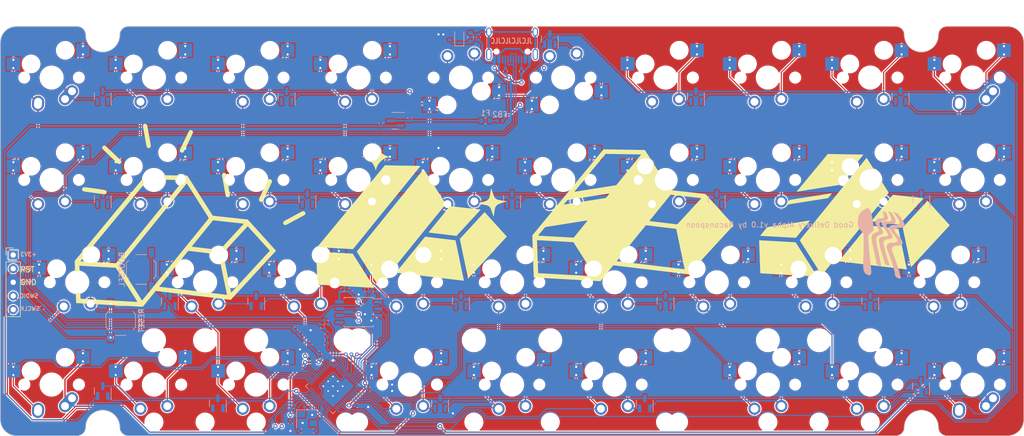
<source format=kicad_pcb>
(kicad_pcb (version 20221018) (generator pcbnew)
  (layers (0 "F.Cu" signal) (31 "B.Cu" signal) (34 "B.Paste" user) (35 "F.Paste" user) (36 "B.SilkS" user "B.Silkscreen") (37 "F.SilkS" user "F.Silkscreen") (38 "B.Mask" user) (39 "F.Mask" user) (44 "Edge.Cuts" user))
  (net 0 "")
  (net 1 "ROW 0")
  (net 2 "ROW 1")
  (net 3 "ROW 2")
  (net 4 "ROW 3")
  (net 5 "COL 0")
  (net 6 "COL 1")
  (net 7 "COL 2")
  (net 8 "COL 3")
  (net 9 "COL 4")
  (net 10 "COL 5")
  (net 11 "COL 6")
  (net 12 "COL 7")
  (net 13 "COL 8")
  (net 14 "COL 9")
  (net 15 "Net-(MX1-ROW)")
  (net 16 "Net-(MX6-ROW)")
  (net 17 "Net-(MX2-ROW)")
  (net 18 "Net-(MX7-ROW)")
  (net 19 "Net-(MX3-ROW)")
  (net 20 "Net-(MX4-ROW)")
  (net 21 "Net-(MX8-ROW)")
  (net 22 "Net-(MX9-ROW)")
  (net 23 "Net-(MX13-ROW)")
  (net 24 "Net-(MX10-ROW)")
  (net 25 "Net-(MX14-ROW)")
  (net 26 "Net-(MX11-ROW)")
  (net 27 "Net-(MX15-ROW)")
  (net 28 "Net-(MX12-ROW)")
  (net 29 "Net-(MX16-ROW)")
  (net 30 "Net-(MX20-ROW)")
  (net 31 "Net-(MX17-ROW)")
  (net 32 "Net-(MX21-ROW)")
  (net 33 "Net-(MX18-ROW)")
  (net 34 "Net-(MX22-ROW)")
  (net 35 "Net-(MX19-ROW)")
  (net 36 "Net-(MX23-ROW)")
  (net 37 "Net-(MX24-ROW)")
  (net 38 "Net-(MX28-ROW)")
  (net 39 "Net-(MX25-ROW)")
  (net 40 "Net-(MX29-ROW)")
  (net 41 "Net-(MX26-ROW)")
  (net 42 "Net-(MX30-ROW)")
  (net 43 "Net-(MX27-ROW)")
  (net 44 "Net-(MX31-ROW)")
  (net 45 "Net-(MX32-ROW)")
  (net 46 "Net-(MX35-ROW)")
  (net 47 "Net-(MX5-ROW)")
  (net 48 "Net-(MX36-ROW)")
  (net 49 "Net-(MX33-ROW)")
  (net 50 "Net-(MX37-ROW)")
  (net 51 "Net-(MX34-ROW)")
  (net 52 "Net-(MX38-ROW)")
  (net 54 "+1V1")
  (net 55 "GND")
  (net 56 "+3V3")
  (net 57 "XTAL_IN")
  (net 58 "Net-(C_Crystal2-Pad2)")
  (net 59 "+5V")
  (net 60 "D-")
  (net 61 "D+")
  (net 62 "RESET")
  (net 63 "SWDIO")
  (net 64 "SWCLK")
  (net 65 "XTAL_OUT")
  (net 66 "Net-(U1-USB_DP)")
  (net 67 "Net-(U1-USB_DM)")
  (net 68 "Net-(R_Flash1-Pad2)")
  (net 69 "Net-(R_Flash2-Pad2)")
  (net 70 "CS")
  (net 87 "SD3")
  (net 88 "QSPI_CLK")
  (net 89 "SD0")
  (net 90 "SD2")
  (net 91 "SD1")
  (net 93 "Earth")
  (net 94 "GNDPWR")
  (net 95 "Net-(F1-Pad1)")
  (net 96 "VBUS")
  (net 97 "Net-(J3-CC1)")
  (net 99 "Net-(J3-CC2)")
  (footprint "MX_Hotswap_Alps_Solder:1U-MX-Hotswap-Alps-Solder-PadSwapped" (layer "F.Cu") (at 85.725072 104.179854)
    (fp_text reference "MX11")
    (fp_text value "MX-NoLED")
  )
  (footprint "MX_Hotswap_Alps_Solder:1U-MX-Hotswap-Alps-Solder-PadSwapped" (layer "F.Cu") (at 200.025168 104.179775)
    (fp_text reference "MX33")
    (fp_text value "MX-NoLED")
  )
  (footprint "MX_Hotswap_Alps_Solder:1U-MX-Hotswap-Alps-Solder-PadSwapped" (layer "F.Cu") (at 152.40016 85.129759)
    (fp_text reference "MX21")
    (fp_text value "MX-NoLED")
  )
  (footprint "MX_Hotswap_Alps_Solder:1.5U-MX-Hotswap-Alps-Solder" (layer "F.Cu") (at 61.912552 104.179854)
    (fp_text reference "MX3")
    (fp_text value "MX-NoLED")
  )
  (footprint "MX_Hotswap_Alps_Solder:1U-MX-Hotswap-Alps-Solder-PadSwapped" (layer "F.Cu") (at 76.20016 85.129759)
    (fp_text reference "MX7")
    (fp_text value "MX-NoLED")
  )
  (footprint "MX_Hotswap_Alps_Solder:1U-MX-Hotswap-Alps-Solder-PadSwapped" (layer "F.Cu") (at 76.200144 123.229854)
    (fp_text reference "MX8")
    (fp_text value "MX-NoLED")
  )
  (footprint "MX_Hotswap_Alps_Solder:1U-MX-Hotswap-Alps-Solder-PadSwapped" (layer "F.Cu") (at 95.250144 123.229854)
    (fp_text reference "MX12")
    (fp_text value "MX-NoLED")
  )
  (footprint "MX_Hotswap_Alps_Solder:1U-MX-Hotswap-Alps-Solder-PadSwapped" (layer "F.Cu") (at 104.775168 104.179775)
    (fp_text reference "MX15")
    (fp_text value "MX-NoLED")
  )
  (footprint "MX_Hotswap_Alps_Solder:1U-MX-Hotswap-Alps-Solder-PadSwapped" (layer "F.Cu") (at 171.450144 66.079854)
    (fp_text reference "MX24")
    (fp_text value "MX-NoLED")
  )
  (footprint "MX_Hotswap_Alps_Solder:2U-MX-Hotswap-Alps-Solder-PadSwapped-ReversedStabilizers" (layer "F.Cu") (at 161.925144 123.229854)
    (fp_text reference "MX27")
    (fp_text value "MX-NoLED")
  )
  (footprint "MX_Hotswap_Alps_Solder:1U-MX-Hotswap-Alps-Solder-PadSwapped" (layer "F.Cu") (at 76.200144 66.079854)
    (fp_text reference "MX6")
    (fp_text value "MX-NoLED")
  )
  (footprint "MX_Hotswap_Alps_Solder:1U-MX-Hotswap-Alps-Solder-PadSwapped" (layer "F.Cu") (at 114.30016 85.129759)
    (fp_text reference "MX14")
    (fp_text value "MX-NoLED")
  )
  (footprint "MX_Hotswap_Alps_Solder:1.5U-MX-Hotswap-Alps-Solder" (layer "F.Cu") (at 223.837688 104.179775)
    (fp_text reference "MX37")
    (fp_text value "MX-NoLED")
  )
  (footprint "MX_Hotswap_Alps_Solder:1U-MX-Hotswap-Alps-Solder-PadSwapped" (layer "F.Cu") (at 190.50016 85.129759)
    (fp_text reference "MX29")
    (fp_text value "MX-NoLED")
  )
  (footprint "MX_Hotswap_Alps_Solder:1U-MX-Hotswap-Alps-Solder-PadSwapped" (layer "F.Cu") (at 133.350144 66.079854 180)
    (fp_text reference "MX16")
    (fp_text value "MX-NoLED")
  )
  (footprint "MX_Hotswap_Alps_Solder:1U-MX-Hotswap-Alps-Solder-PadSwapped" (layer "F.Cu") (at 133.35016 85.129759)
    (fp_text reference "MX17")
    (fp_text value "MX-NoLED")
  )
  (footprint "MX_Hotswap_Alps_Solder:1U-MX-Hotswap-Alps-Solder-PadSwapped" (layer "F.Cu") (at 114.300144 66.079854)
    (fp_text reference "MX13")
    (fp_text value "MX-NoLED")
  )
  (footprint "MX_Hotswap_Alps_Solder:4,6,7,8,10u-MX-Hotswap-Alps-Solder-PadSwapped-ReversedStabilizers" (layer "F.Cu") (at 142.87536 123.229998)
    (fp_text reference "MX23" hide)
    (fp_text value "MX-NoLED" hide)
  )
  (footprint "MX_Hotswap_Alps_Solder:1U-MX-Hotswap-Alps-Solder-PadSwapped" (layer "F.Cu") (at 161.925168 104.179775)
    (fp_text reference "MX26")
    (fp_text value "MX-NoLED")
  )
  (footprint "MX_Hotswap_Alps_Solder:1U-MX-Hotswap-Alps-Solder-PadSwapped" (layer "F.Cu") (at 123.825168 104.179775)
    (fp_text reference "MX18")
    (fp_text value "MX-NoLED")
  )
  (footprint "MX_Hotswap_Alps_Solder:1U-MX-Hotswap-Alps-Solder-PadSwapped" (layer "F.Cu") (at 228.600144 123.229854)
    (fp_text reference "MX38")
    (fp_text value "MX-NoLED")
  )
  (footprint "MX_Hotswap_Alps_Solder:1U-MX-Hotswap-Alps-Solder" (layer "F.Cu") (at 57.150048 85.129759)
    (fp_text reference "MX2")
    (fp_text value "MX-NoLED")
  )
  (footprint "MX_Hotswap_Alps_Solder:1U-MX-Hotswap-Alps-Solder-PadSwapped" (layer "F.Cu") (at 228.600144 66.079854)
    (fp_text reference "MX35")
    (fp_text value "MX-NoLED")
  )
  (footprint "MX_Hotswap_Alps_Solder:1U-MX-Hotswap-Alps-Solder-PadSwapped" (layer "F.Cu") (at 209.550176 85.129759)
    (fp_text reference "MX5")
    (fp_text value "MX-NoLED")
  )
  (footprint "MX_Hotswap_Alps_Solder:1U-MX-Hotswap-Alps-Solder-PadSwapped" (layer "F.Cu") (at 57.150144 66.079854)
    (fp_text reference "MX1")
    (fp_text value "MX-NoLED")
  )
  (footprint "Connector_PinHeader_2.54mm:PinHeader_1x05_P2.54mm_Vertical" (layer "F.Cu") (at 50.006292 99.104775)
    (fp_text reference "J2" hide)
    (fp_text value "SWD" hide)
  )
  (footprint "MX_Hotswap_Alps_Solder:1U-MX-Hotswap-Alps-Solder" (layer "F.Cu") (at 228.600192 85.129759)
    (fp_text reference "MX36")
    (fp_text value "MX-NoLED")
  )
  (footprint "MX_Hotswap_Alps_Solder:1U-MX-Hotswap-Alps-Solder-PadSwapped" (layer "F.Cu") (at 190.500144 66.079854)
    (fp_text reference "MX28")
    (fp_text value "MX-NoLED")
  )
  (footprint "MX_Hotswap_Alps_Solder:2U-MX-Hotswap-Alps-Solder-PadSwapped-ReversedStabilizers" (layer "F.Cu") (at 123.825144 123.229854)
    (fp_text reference "MX19")
    (fp_text value "MX-NoLED")
  )
  (footprint "MX_Hotswap_Alps_Solder:1U-MX-Hotswap-Alps-Solder-PadSwapped" (layer "F.Cu") (at 57.150144 123.229854)
    (fp_text reference "MX4")
    (fp_text value "MX-NoLED")
  )
  (footprint "MX_Hotswap_Alps_Solder:1U-MX-Hotswap-Alps-Solder-PadSwapped" (layer "F.Cu") (at 209.550144 66.079854)
    (fp_text reference "MX32")
    (fp_text value "MX-NoLED")
  )
  (footprint "MX_Hotswap_Alps_Solder:1U-MX-Hotswap-Alps-Solder-PadSwapped" (layer "F.Cu") (at 190.500144 123.229854)
    (fp_text reference "MX31")
    (fp_text value "MX-NoLED")
  )
  (footprint "MX_Hotswap_Alps_Solder:1U-MX-Hotswap-Alps-Solder-PadSwapped" (layer "F.Cu") (at 95.250144 66.079854)
    (fp_text reference "MX9")
    (fp_text value "MX-NoLED")
  )
  (footprint "MX_Hotswap_Alps_Solder:1U-MX-Hotswap-Alps-Solder-PadSwapped" (layer "F.Cu") (at 209.550144 123.229854)
    (fp_text reference "MX34")
    (fp_text value "MX-NoLED")
  )
  (footprint "MX_Hotswap_Alps_Solder:1U-MX-Hotswap-Alps-Solder-PadSwapped" (layer "F.Cu") (at 142.875168 104.179775)
    (fp_text reference "MX22")
    (fp_text value "MX-NoLED")
  )
  (footprint "MX_Hotswap_Alps_Solder:1U-MX-Hotswap-Alps-Solder-PadSwapped" (layer "F.Cu") (at 180.975168 104.179775)
    (fp_text reference "MX30")
    (fp_text value "MX-NoLED")
  )
  (footprint "MX_Hotswap_Alps_Solder:1U-MX-Hotswap-Alps-Solder-PadSwapped" (layer "F.Cu") (at 152.400144 66.079854 180)
    (fp_text reference "MX20")
    (fp_text value "MX-NoLED")
  )
  (footprint "MX_Hotswap_Alps_Solder:1U-MX-Hotswap-Alps-Solder-PadSwapped" (layer "F.Cu") (at 95.25016 85.129759)
    (fp_text reference "MX10")
    (fp_text value "MX-NoLED")
  )
  (footprint "MX_Hotswap_Alps_Solder:1U-MX-Hotswap-Alps-Solder-PadSwapped" (layer "F.Cu") (at 171.45016 85.129759)
    (fp_text reference "MX25")
    (fp_text value "MX-NoLED")
  )
  (footprint "Good Delivery:good-delivery-bars-silkscreen" (layer "F.Cu") (at 142.87536 91.678356)
    (fp_text reference "G1" hide)
    (fp_text value "Logo_Open_Hardware_Small" hide)
  )
  (footprint "Resistor_SMD:R_0402_1005Metric" (layer "B.Cu") (at 108.346966 111.621375 -45)
    (fp_text reference "R_DATA1" hide)
    (fp_text value "27")
  )
  (footprint "Resistor_SMD:R_0402_1005Metric" (layer "B.Cu") (at 141.62536 64.915168 -90)
    (fp_text reference "R2" hide)
    (fp_text value "5k1")
  )
  (footprint "Capacitor_SMD:C_0402_1005Metric" (layer "B.Cu") (at 104.435679 114.597754 45)
    (fp_text reference "C_3V-Decoup5" hide)
    (fp_text value "100n" hide)
  )
  (footprint "Connector_USB:USB_C_Receptacle_HRO_TYPE-C-31-M-12" (layer "B.Cu") (at 142.87536 58.638429)
    (fp_text reference "J3" hide)
    (fp_text value "USB_C_Receptacle_USB2.0")
  )
  (footprint "Capacitor_SMD:C_0402_1005Metric" (layer "B.Cu") (at 101.605144 130.446109 -90)
    (fp_text reference "C_3V-Decoup8" hide)
    (fp_text value "100n" hide)
  )
  (footprint "Package_TO_SOT_SMD:SOT-23" (layer "B.Cu") (at 88.106472 126.717354 90)
    (fp_text reference "D8" hide)
    (fp_text value "BAV70")
  )
  (footprint "Capacitor_SMD:C_0402_1005Metric" (layer "B.Cu") (at 108.049491 115.490916 180)
    (fp_text reference "C_1V-Decoup1" hide)
    (fp_text value "1u" hide)
  )
  (footprint "Package_TO_SOT_SMD:SOT-23" (layer "B.Cu") (at 66.675056 69.567258 90)
    (fp_text reference "D1" hide)
    (fp_text value "BAV70")
  )
  (footprint "Capacitor_SMD:C_0402_1005Metric" (layer "B.Cu") (at 105.370401 115.490722 45)
    (fp_text reference "C_3V-Decoup4" hide)
    (fp_text value "100n" hide)
  )
  (footprint "Capacitor_SMD:C_0402_1005Metric" (layer "B.Cu") (at 136.624563 58.570458 -90)
    (fp_text reference "C1" hide)
    (fp_text value "100nF")
  )
  (footprint "Package_TO_SOT_SMD:SOT-23" (layer "B.Cu") (at 121.146399 74.116593 180)
    (fp_text reference "U3" hide)
    (fp_text value "XC6206P332MR" hide)
  )
  (footprint "Package_TO_SOT_SMD:SOT-23" (layer "B.Cu") (at 215.206167 69.567258 90)
    (fp_text reference "D17" hide)
    (fp_text value "BAV70")
  )
  (footprint "Resistor_SMD:R_0402_1005Metric" (layer "B.Cu") (at 117.304788 105.563363 -45)
    (fp_text reference "R_Flash3" hide)
    (fp_text value "1k" hide)
  )
  (footprint "Package_TO_SOT_SMD:SOT-23" (layer "B.Cu") (at 133.350112 107.667354 90)
    (fp_text reference "D11" hide)
    (fp_text value "BAV70")
  )
  (footprint "Resistor_SMD:R_0603_1608Metric" (layer "B.Cu") (at 135.136278 58.570458 -90)
    (fp_text reference "R1" hide)
    (fp_text value "1M")
  )
  (footprint "Package_TO_SOT_SMD:SOT-23" (layer "B.Cu") (at 219.018523 123.527655 90)
    (fp_text reference "D20" hide)
    (fp_text value "BAV70")
  )
  (footprint "Package_TO_SOT_SMD:SOT-23" (layer "B.Cu") (at 219.075184 88.701637 90)
    (fp_text reference "D18" hide)
    (fp_text value "BAV70")
  )
  (footprint "Fuse:Fuse_0603_1608Metric" (layer "B.Cu") (at 137.925505 74.116593 180)
    (fp_text reference "F1")
    (fp_text value "0603L075SLYR")
  )
  (footprint "Capacitor_SMD:C_0402_1005Metric" (layer "B.Cu") (at 116.383887 124.122969)
    (fp_text reference "C_3V-Decoup6" hide)
    (fp_text value "100n" hide)
  )
  (footprint "Capacitor_SMD:C_0402_1005Metric" (layer "B.Cu") (at 112.839933 105.563363 45)
    (fp_text reference "C_Flash1" hide)
    (fp_text value "100n" hide)
  )
  (footprint "Capacitor_SMD:C_0402_1005Metric" (layer "B.Cu") (at 118.467486 74.586593 90)
    (fp_text reference "C_LD2" hide)
    (fp_text value "1u" hide)
  )
  (footprint "Package_TO_SOT_SMD:SOT-23" (layer "B.Cu") (at 104.775088 88.701637 90)
    (fp_text reference "D6" hide)
    (fp_text value "BAV70")
  )
  (footprint "cipulot_parts:RP2040-QFN-56" (layer "B.Cu") (at 109.537776 123.527655 135)
    (fp_text reference "U1" hide)
    (fp_text value "RP2040" hide)
  )
  (footprint "Capacitor_SMD:C_0402_1005Metric" (layer "B.Cu") (at 114.002631 127.099539)
    (fp_text reference "C_3V-Decoup9" hide)
    (fp_text value "100n" hide)
  )
  (footprint "Package_TO_SOT_SMD:SOT-23" (layer "B.Cu") (at 171.450144 107.667354 90)
    (fp_text reference "D15" hide)
    (fp_text value "BAV70")
  )
  (footprint "Resistor_SMD:R_0402_1005Metric" (layer "B.Cu") (at 107.549939 112.418402 -45)
    (fp_text reference "R_DATA2" hide)
    (fp_text value "27")
  )
  (footprint "Package_TO_SOT_SMD:SOT-23" (layer "B.Cu") (at 180.975152 88.701637 90)
    (fp_text reference "D14" hide)
    (fp_text value "BAV70")
  )
  (footprint "Resistor_SMD:R_0402_1005Metric" (layer "B.Cu") (at 55.364109 108.942279 -135)
    (fp_text reference "R_RST1" hide)
    (fp_text value "5k1")
  )
  (footprint "Button_Switch_SMD:SW_SPST_TL3342" (layer "B.Cu") (at 73.818812 101.798523 -90)
    (fp_text reference "SW2" hide)
    (fp_text value "BOOTSEL")
  )
  (footprint "Capacitor_SMD:C_0402_1005Metric" (layer "B.Cu") (at 123.825312 73.636593 90)
    (fp_text reference "C_LD1" hide)
    (fp_text value "1u" hide)
  )
  (footprint "Package_TO_SOT_SMD:SOT-23" (layer "B.Cu") (at 79.176629 107.667354 90)
    (fp_text reference "D3" hide)
    (fp_text value "BAV70")
  )
  (footprint "Package_TO_SOT_SMD:SOT-23" (layer "B.Cu") (at 100.905879 69.567258 90)
    (fp_text reference "D5" hide)
    (fp_text value "BAV70")
  )
  (footprint "Capacitor_SMD:C_0402_1005Metric" (layer "B.Cu") (at 107.15634 117.276661 45)
    (fp_text reference "C_3V-Decoup3" hide)
    (fp_text value "100n" hide)
  )
  (footprint "Resistor_SMD:R_0402_1005Metric" (layer "B.Cu") (at 111.351648 105.563363 45)
    (fp_text reference "R_Flash1" hide)
    (fp_text value "5k1" hide)
  )
  (footprint "Package_TO_SOT_SMD:SOT-23" (layer "B.Cu") (at 177.106071 69.567258 90)
    (fp_text reference "D13" hide)
    (fp_text value "BAV70")
  )
  (footprint "Capacitor_SMD:C_0402_1005Metric" (layer "B.Cu") (at 103.584636 131.862051 180)
    (fp_text reference "C_Crystal2" hide)
    (fp_text value "22p" hide)
  )
  (footprint "Good Delivery:baconspoon-logo-15mm" (layer "B.Cu") (at 211.336115 97.036019 180)
    (fp_text reference "G2" hide)
    (fp_text value "Logo_Open_Hardware_Small" hide)
  )
  (footprint "Diode_SMD:D_SOD-323" (layer "B.Cu") (at 133.052679 58.570458 90)
    (fp_text reference "D21" hide)
    (fp_text value "BSD3C051V")
  )
  (footprint "Resistor_SMD:R_0402_1005Metric" (layer "B.Cu") (at 115.816503 105.563363 -45)
    (fp_text reference "R_Flash2" hide)
    (fp_text value "5k1" hide)
  )
  (footprint "Package_TO_SOT_SMD:SOT-23" (layer "B.Cu") (at 66.675168 124.420626 90)
    (fp_text reference "D4" hide)
    (fp_text value "BAV70")
  )
  (footprint "Package_TO_SOT_SMD:SOT-23" (layer "B.Cu") (at 142.87512 88.701637 90)
    (fp_text reference "D10" hide)
    (fp_text value "BAV70")
  )
  (footprint "Package_TO_SOT_SMD:SOT-23" (layer "B.Cu") (at 209.550176 107.667354 90)
    (fp_text reference "D19" hide)
    (fp_text value "BAV70")
  )
  (footprint "Capacitor_SMD:C_0402_1005Metric" (layer "B.Cu") (at 108.049491 114.300288 180)
    (fp_text reference "C_1V-Decoup2" hide)
    (fp_text value "100n" hide)
  )
  (footprint "Resistor_SMD:R_0402_1005Metric" (layer "B.Cu") (at 104.775264 127.397195)
    (fp_text reference "R_Crystal1" hide)
    (fp_text value "1k" hide)
  )
  (footprint "Button_Switch_SMD:SW_SPST_TL3342" (layer "B.Cu") (at 70.018812 111.323531 90)
    (fp_text reference "SW1" hide)
    (fp_text value "RESET")
  )
  (footprint "Package_SO:SOIC-8_5.23x5.23mm_P1.27mm" (layer "B.Cu") (at 114.328218 109.730561 180)
    (fp_text reference "U2" hide)
    (fp_text value "W25Q128JVS" hide)
  )
  (footprint "Capacitor_SMD:C_0402_1005Metric" (layer "B.Cu") (at 102.096351 127.397196 -135)
    (fp_text reference "C_1V-Decoup3" hide)
    (fp_text value "100n" hide)
  )
  (footprint "Resistor_SMD:R_0402_1005Metric" (layer "B.Cu") (at 144.62536 64.915168 -90)
    (fp_text reference "R3" hide)
    (fp_text value "5k1")
  )
  (footprint "Capacitor_SMD:C_0402_1005Metric" (layer "B.Cu") (at 105.965892 131.862051)
    (fp_text reference "C_Crystal1" hide)
    (fp_text value "22p" hide)
  )
  (footprint "Package_TO_SOT_SMD:SOT-23" (layer "B.Cu") (at 149.900144 58.936086 90)
    (fp_text reference "D9" hide)
    (fp_text value "BAV70")
  )
  (footprint "Capacitor_SMD:C_0402_1005Metric" (layer "B.Cu") (at 103.584462 113.704783 45)
    (fp_text reference "C_3V-Decoup2" hide)
    (fp_text value "1u" hide)
  )
  (footprint "Crystal:Crystal_SMD_3225-4Pin_3.2x2.5mm" (layer "B.Cu") (at 104.775264 129.596109)
    (fp_text reference "Y1" hide)
    (fp_text value "12MHz" hide)
  )
  (footprint "Capacitor_SMD:C_0402_1005Metric" (layer "B.Cu") (at 103.882293 119.955771 180)
    (fp_text reference "C_3V-Decoup7" hide)
    (fp_text value "100n" hide)
  )
  (footprint "Package_TO_SOT_SMD:SOT-23" (layer "B.Cu") (at 167.580891 126.717354 90)
    (fp_text reference "D16" hide)
    (fp_text value "BAV70")
  )
  (footprint "Package_TO_SOT_SMD:SOT-23" (layer "B.Cu") (at 66.675056 88.701637 90)
    (fp_text reference "D2" hide)
    (fp_text value "BAV70")
  )
  (footprint "Package_TO_SOT_SMD:SOT-23" (layer "B.Cu") (at 95.25008 107.667354 90)
    (fp_text reference "D7" hide)
    (fp_text value "BAV70")
  )
  (footprint "Inductor_SMD:L_0402_1005Metric" (layer "B.Cu") (at 131.266737 58.570458 90)
    (fp_text reference "FB1" hide)
    (fp_text value "BLM15PX121SN1D")
  )
  (footprint "Capacitor_SMD:C_0402_1005Metric" (layer "B.Cu") (at 102.649737 112.811812 45)
    (fp_text reference "C_3V-Decoup1" hide)
    (fp_text value "10u" hide)
  )
  (footprint "Inductor_SMD:L_0402_1005Metric" (layer "B.Cu") (at 140.604418 74.116593 180)
    (fp_text reference "FB2")
    (fp_text value "BLM15PX121SN1D")
  )
  (footprint "Package_TO_SOT_SMD:SOT-23" (layer "B.Cu") (at 129.480795 126.717354 90)
    (fp_text reference "D12" hide)
    (fp_text value "BAV70")
  )
  (gr_line (start 47.62504 129.778234) (end 47.62504 59.5313) (stroke (width 0.1)) (layer "Edge.Cuts"))
  (gr_line (start 223.82 56.554735) (end 235.148635 56.554735) (stroke (width 0.1)) (layer "Edge.Cuts"))
  (gr_arc (start 222.24 58.135) (mid 222.702738 57.017689) (end 223.82 56.55483) (stroke (width 0.1)) (layer "Edge.Cuts"))
  (gr_arc (start 238.1256 129.778452) (mid 237.253783 131.883205) (end 235.14903 132.755022) (stroke (width 0.1)) (layer "Edge.Cuts"))
  (gr_line (start 238.1252 59.5313) (end 238.1252 129.778234) (stroke (width 0.1)) (layer "Edge.Cuts"))
  (gr_arc (start 69.84 58.135) (mid 70.302738 57.017689) (end 71.42 56.55483) (stroke (width 0.1)) (layer "Edge.Cuts"))
  (gr_line (start 71.42 132.755022) (end 214.319999 132.755022) (stroke (width 0.1)) (layer "Edge.Cuts"))
  (gr_arc (start 215.9 131.18) (mid 219.07 128.01) (end 222.24 131.18) (stroke (width 0.1)) (layer "Edge.Cuts"))
  (gr_line (start 223.82 132.755022) (end 235.14903 132.755022) (stroke (width 0.1)) (layer "Edge.Cuts"))
  (gr_arc (start 47.62512 59.5314) (mid 48.496937 57.426648) (end 50.60169 56.55483) (stroke (width 0.1)) (layer "Edge.Cuts"))
  (gr_arc (start 222.24 58.135) (mid 219.07 61.305) (end 215.9 58.135) (stroke (width 0.1)) (layer "Edge.Cuts"))
  (gr_arc (start 223.82 132.755022) (mid 222.703803 132.294739) (end 222.24 131.18) (stroke (width 0.1)) (layer "Edge.Cuts"))
  (gr_line (start 71.42 56.55483) (end 214.32 56.55483) (stroke (width 0.1)) (layer "Edge.Cuts"))
  (gr_arc (start 235.14903 56.55483) (mid 237.253783 57.426647) (end 238.1256 59.5314) (stroke (width 0.1)) (layer "Edge.Cuts"))
  (gr_arc (start 214.32 56.55483) (mid 215.437263 57.017686) (end 215.9 58.135) (stroke (width 0.1)) (layer "Edge.Cuts"))
  (gr_arc (start 50.60169 132.755022) (mid 48.496938 131.883205) (end 47.62512 129.778452) (stroke (width 0.1)) (layer "Edge.Cuts"))
  (gr_line (start 61.912552 132.754799) (end 50.601605 132.754799) (stroke (width 0.1)) (layer "Edge.Cuts"))
  (gr_arc (start 71.42 132.755022) (mid 70.303802 132.29474) (end 69.84 131.18) (stroke (width 0.1)) (layer "Edge.Cuts"))
  (gr_arc (start 69.84 58.135) (mid 66.67 61.305) (end 63.5 58.135) (stroke (width 0.1)) (layer "Edge.Cuts"))
  (gr_arc (start 61.92 56.55483) (mid 63.037263 57.017686) (end 63.5 58.135) (stroke (width 0.1)) (layer "Edge.Cuts"))
  (gr_arc (start 215.9 131.18) (mid 215.436198 132.29474) (end 214.319999 132.755022) (stroke (width 0.1)) (layer "Edge.Cuts"))
  (gr_arc (start 63.5 131.18) (mid 66.67 128.01) (end 69.84 131.18) (stroke (width 0.1)) (layer "Edge.Cuts"))
  (gr_arc (start 63.5 131.18) (mid 63.036196 132.294738) (end 61.92 132.755022) (stroke (width 0.1)) (layer "Edge.Cuts"))
  (gr_line (start 50.601605 56.554735) (end 61.912552 56.554735) (stroke (width 0.1)) (layer "Edge.Cuts"))
  (gr_text "SWDIO\n" (at 54.768888 107.15652) (layer "B.SilkS") (effects (font (size 0.75 0.75)) (justify left bottom mirror)))
  (gr_text "+3V3" (at 54.471231 99.417438) (layer "B.SilkS") (effects (font (size 0.75 0.75)) (justify left bottom mirror)))
  (gr_text "RST\n" (at 53.57826 102.096351) (layer "B.SilkS") (effects (font (size 0.75 0.75)) (justify left bottom mirror)))
  (gr_text "GND" (at 53.57826 104.477607) (layer "B.SilkS") (effects (font (size 0.75 0.75)) (justify left bottom mirror)))
  (gr_text "SWCLK" (at 55.066545 109.537776) (layer "B.SilkS") (effects (font (size 0.75 0.75)) (justify left bottom mirror)))
  (gr_text "JLCJLCJLCJLC\n" (at 146.744901 59.829057) (layer "B.SilkS") (effects (font (size 1 0.75) (thickness 0.153)) (justify left bottom mirror)))
  (gr_text "Good Delivery Alpha v1.0 by Baconspoon" (at 206.573611 94.059454) (layer "B.SilkS") (effects (font (size 1 1)) (justify left bottom mirror)))
  (gr_text "GND" (at 51.196918 104.775088) (layer "F.SilkS") (effects (font (size 1 1)) (justify left bottom)))
  (gr_text "RST" (at 51.196918 102.393836) (layer "F.SilkS") (effects (font (size 1 1)) (justify left bottom)))
  (segment (start 128.255849 71.221854) (end 130.043849 73.009854) (width 0.2) (layer "F.Cu") (net 1))
  (segment (start 123.825312 68.629758) (end 126.417408 71.221854) (width 0.2) (layer "F.Cu") (net 1))
  (segment (start 130.043849 73.009854) (end 142.513645 73.009854) (width 0.2) (layer "F.Cu") (net 1))
  (segment (start 126.417408 71.221854) (end 128.255849 71.221854) (width 0.2) (layer "F.Cu") (net 1))
  (segment (start 142.513645 73.009854) (end 144.363645 71.159854) (width 0.2) (layer "F.Cu") (net 1))
  (via (at 123.825312 68.629758) (size 0.8) (drill 0.4) (layers "F.Cu" "B.Cu") (net 1))
  (via (at 144.363645 71.159854) (size 0.8) (drill 0.4) (layers "F.Cu" "B.Cu") (net 1))
  (segment (start 149.451248 57.998586) (end 148.075144 59.37469) (width 0.2) (layer "B.Cu") (net 1))
  (segment (start 216.207525 126.773754) (end 210.49228 132.488998) (width 0.2) (layer "B.Cu") (net 1))
  (segment (start 216.207525 126.773754) (end 221.939035 126.773754) (width 0.2) (layer "B.Cu") (net 1))
  (segment (start 146.095144 65.572442) (end 146.095144 68.497854) (width 0.2) (layer "B.Cu") (net 1))
  (segment (start 149.900144 57.998586) (end 155.698876 57.998586) (width 0.2) (layer "B.Cu") (net 1))
  (segment (start 155.698876 57.998586) (end 166.330048 68.629758) (width 0.2) (layer "B.Cu") (net 1))
  (segment (start 146.095144 68.497854) (end 144.363645 70.229353) (width 0.2) (layer "B.Cu") (net 1))
  (segment (start 149.900144 57.998586) (end 149.451248 57.998586) (width 0.2) (layer "B.Cu") (net 1))
  (segment (start 215.206167 68.629758) (end 229.365015 68.629758) (width 0.2) (layer "B.Cu") (net 1))
  (segment (start 166.330048 68.629758) (end 177.106071 68.629758) (width 0.2) (layer "B.Cu") (net 1))
  (segment (start 107.996266 129.539898) (end 107.996266 128.180434) (width 0.2) (layer "B.Cu") (net 1))
  (segment (start 210.49228 132.488998) (end 110.945367 132.488998) (width 0.2) (layer "B.Cu") (net 1))
  (segment (start 236.842001 67.177796) (end 236.842001 124.634624) (width 0.2) (layer "B.Cu") (net 1))
  (segment (start 225.343516 130.178234) (end 231.298391 130.178234) (width 0.2) (layer "B.Cu") (net 1))
  (segment (start 177.106071 68.629758) (end 215.206167 68.629758) (width 0.2) (layer "B.Cu") (net 1))
  (segment (start 148.075144 63.592442) (end 146.095144 65.572442) (width 0.2) (layer "B.Cu") (net 1))
  (segment (start 233.139919 64.854854) (end 234.519059 64.854854) (width 0.2) (layer "B.Cu") (net 1))
  (segment (start 231.298391 130.178234) (end 236.842001 124.634624) (width 0.2) (layer "B.Cu") (net 1))
  (segment (start 148.075144 59.37469) (end 148.075144 63.592442) (width 0.2) (layer "B.Cu") (net 1))
  (segment (start 221.939035 126.773754) (end 225.343516 130.178234) (width 0.2) (layer "B.Cu") (net 1))
  (segment (start 234.519059 64.854854) (end 236.842001 67.177796) (width 0.2) (layer "B.Cu") (net 1))
  (segment (start 100.905879 68.629758) (end 123.825312 68.629758) (width 0.2) (layer "B.Cu") (net 1))
  (segment (start 66.675056 68.629758) (end 100.905879 68.629758) (width 0.25) (layer "B.Cu") (net 1))
  (segment (start 144.363645 70.229353) (end 144.363645 71.159854) (width 0.2) (layer "B.Cu") (net 1))
  (segment (start 229.365015 68.629758) (end 233.139919 64.854854) (width 0.2) (layer "B.Cu") (net 1))
  (segment (start 107.996266 128.180434) (end 108.662731 127.513969) (width 0.2) (layer "B.Cu") (net 1))
  (segment (start 110.945367 132.488998) (end 107.996266 129.539898) (width 0.2) (layer "B.Cu") (net 1))
  (segment (start 108.403372 129.381318) (end 111.111052 132.088998) (width 0.2) (layer "B.Cu") (net 2))
  (segment (start 111.111052 132.088998) (end 210.326595 132.088998) (width 0.2) (layer "B.Cu") (net 2))
  (segment (start 236.442001 124.468938) (end 236.442001 92.456313) (width 0.2) (layer "B.Cu") (net 2))
  (segment (start 108.403372 128.339014) (end 108.403372 129.381318) (width 0.2) (layer "B.Cu") (net 2))
  (segment (start 231.690447 87.704759) (end 236.442001 92.456313) (width 0.2) (layer "B.Cu") (net 2))
  (segment (start 108.945574 127.796812) (end 108.403372 128.339014) (width 0.2) (layer "B.Cu") (net 2))
  (segment (start 225.509201 129.778234) (end 231.132705 129.778234) (width 0.2) (layer "B.Cu") (net 2))
  (segment (start 66.734434 87.704759) (end 231.690447 87.704759) (width 0.2) (layer "B.Cu") (net 2))
  (segment (start 222.104721 126.373754) (end 225.509201 129.778234) (width 0.2) (layer "B.Cu") (net 2))
  (segment (start 231.132705 129.778234) (end 236.442001 124.468938) (width 0.2) (layer "B.Cu") (net 2))
  (segment (start 216.041839 126.373754) (end 222.104721 126.373754) (width 0.2) (layer "B.Cu") (net 2))
  (segment (start 210.326595 132.088998) (end 216.041839 126.373754) (width 0.2) (layer "B.Cu") (net 2))
  (segment (start 188.910268 129.154854) (end 189.724124 128.340998) (width 0.2) (layer "B.Cu") (net 3))
  (segment (start 118.404678 131.66908) (end 131.357365 131.66908) (width 0.2) (layer "B.Cu") (net 3))
  (segment (start 110.674164 128.340998) (end 115.076596 128.340998) (width 0.2) (layer "B.Cu") (net 3))
  (segment (start 115.076596 128.340998) (end 118.404678 131.66908) (width 0.2) (layer "B.Cu") (net 3))
  (segment (start 170.674124 128.340998) (end 174.639524 128.340998) (width 0.2) (layer "B.Cu") (net 3))
  (segment (start 151.57738 129.154854) (end 169.860268 129.154854) (width 0.2) (layer "B.Cu") (net 3))
  (segment (start 131.357365 131.66908) (end 134.685591 128.340854) (width 0.2) (layer "B.Cu") (net 3))
  (segment (start 189.724124 128.340998) (end 191.276596 128.340998) (width 0.2) (layer "B.Cu") (net 3))
  (segment (start 215.321499 125.973754) (end 226.409485 125.973754) (width 0.2) (layer "B.Cu") (net 3))
  (segment (start 171.450144 106.729854) (end 209.550176 106.729854) (width 0.2) (layer "B.Cu") (net 3))
  (segment (start 137.991739 129.554998) (end 147.996764 129.554998) (width 0.2) (layer "B.Cu") (net 3))
  (segment (start 201.615453 129.154854) (end 207.960268 129.154854) (width 0.2) (layer "B.Cu") (net 3))
  (segment (start 231.690399 128.654854) (end 236.042001 124.303252) (width 0.2) (layer "B.Cu") (net 3))
  (segment (start 134.685591 128.340854) (end 136.777593 128.340854) (width 0.2) (layer "B.Cu") (net 3))
  (segment (start 236.042001 113.487706) (end 229.284149 106.729854) (width 0.2) (layer "B.Cu") (net 3))
  (segment (start 200.801596 128.340998) (end 201.615453 129.154854) (width 0.2) (layer "B.Cu") (net 3))
  (segment (start 208.824955 128.290167) (end 210.275765 128.290167) (width 0.2) (layer "B.Cu") (net 3))
  (segment (start 79.176629 106.729854) (end 95.25008 106.729854) (width 0.2) (layer "B.Cu") (net 3))
  (segment (start 149.210908 128.340854) (end 150.76338 128.340854) (width 0.2) (layer "B.Cu") (net 3))
  (segment (start 191.276596 128.340998) (end 191.904922 128.969324) (width 0.2) (layer "B.Cu") (net 3))
  (segment (start 150.76338 128.340854) (end 151.57738 129.154854) (width 0.2) (layer "B.Cu") (net 3))
  (segment (start 175.453381 129.154854) (end 188.910268 129.154854) (width 0.2) (layer "B.Cu") (net 3))
  (segment (start 109.347756 102.954775) (end 114.861035 102.954775) (width 0.2) (layer "B.Cu") (net 3))
  (segment (start 210.275765 128.290167) (end 210.640452 128.654854) (width 0.2) (layer "B.Cu") (net 3))
  (segment (start 174.639524 128.340998) (end 175.453381 129.154854) (width 0.2) (layer "B.Cu") (net 3))
  (segment (start 119.562835 106.729854) (end 133.350112 106.729854) (width 0.2) (layer "B.Cu") (net 3))
  (segment (start 136.777593 128.340854) (end 137.991739 129.554998) (width 0.2) (layer "B.Cu") (net 3))
  (segment (start 229.090585 128.654854) (end 231.690399 128.654854) (width 0.2) (layer "B.Cu") (net 3))
  (segment (start 133.350112 106.729854) (end 171.450144 106.729854) (width 0.2) (layer "B.Cu") (net 3))
  (segment (start 147.996764 129.554998) (end 149.210908 128.340854) (width 0.2) (layer "B.Cu") (net 3))
  (segment (start 229.284149 106.729854) (end 209.550176 106.729854) (width 0.2) (layer "B.Cu") (net 3))
  (segment (start 236.042001 124.303252) (end 236.042001 113.487706) (width 0.2) (layer "B.Cu") (net 3))
  (segment (start 226.409485 125.973754) (end 229.090585 128.654854) (width 0.2) (layer "B.Cu") (net 3))
  (segment (start 114.861035 102.954775) (end 116.447725 104.541465) (width 0.2) (layer "B.Cu") (net 3))
  (segment (start 210.640452 128.654854) (end 212.640399 128.654854) (width 0.2) (layer "B.Cu") (net 3))
  (segment (start 110.129978 127.796812) (end 110.674164 128.340998) (width 0.2) (layer "B.Cu") (net 3))
  (segment (start 95.25008 106.729854) (end 105.572677 106.729854) (width 0.2) (layer "B.Cu") (net 3))
  (segment (start 117.374446 104.541465) (end 119.562835 106.729854) (width 0.2) (layer "B.Cu") (net 3))
  (segment (start 105.572677 106.729854) (end 109.347756 102.954775) (width 0.2) (layer "B.Cu") (net 3))
  (segment (start 191.904922 128.969324) (end 198.620798 128.969324) (width 0.2) (layer "B.Cu") (net 3))
  (segment (start 116.447725 104.541465) (end 117.374446 104.541465) (width 0.2) (layer "B.Cu") (net 3))
  (segment (start 207.960268 129.154854) (end 208.824955 128.290167) (width 0.2) (layer "B.Cu") (net 3))
  (segment (start 169.860268 129.154854) (end 170.674124 128.340998) (width 0.2) (layer "B.Cu") (net 3))
  (segment (start 198.620798 128.969324) (end 199.249124 128.340998) (width 0.2) (layer "B.Cu") (net 3))
  (segment (start 199.249124 128.340998) (end 200.801596 128.340998) (width 0.2) (layer "B.Cu") (net 3))
  (segment (start 212.640399 128.654854) (end 215.321499 125.973754) (width 0.2) (layer "B.Cu") (net 3))
  (segment (start 124.420626 128.587824) (end 120.919596 132.088854) (width 0.2) (layer "F.Cu") (net 4))
  (segment (start 102.691665 124.420626) (end 110.359893 132.088854) (width 0.2) (layer "F.Cu") (net 4))
  (segment (start 110.359893 132.088854) (end 120.919596 132.088854) (width 0.2) (layer "F.Cu") (net 4))
  (via (at 102.691665 124.420626) (size 0.8) (drill 0.4) (layers "F.Cu" "B.Cu") (net 4))
  (via (at 124.420626 128.587824) (size 0.8) (drill 0.4) (layers "F.Cu" "B.Cu") (net 4))
  (segment (start 124.420626 127.099539) (end 125.740311 125.779854) (width 0.2) (layer "B.Cu") (net 4))
  (segment (start 129.480795 125.779854) (end 167.580891 125.779854) (width 0.25) (layer "B.Cu") (net 4))
  (segment (start 217.002255 122.590155) (end 219.018523 122.590155) (width 0.2) (layer "B.Cu") (net 4))
  (segment (start 100.905723 124.420626) (end 99.546495 125.779854) (width 0.2) (layer "B.Cu") (net 4))
  (segment (start 102.691665 124.420626) (end 100.905723 124.420626) (width 0.2) (layer "B.Cu") (net 4))
  (segment (start 69.641004 123.483126) (end 71.937732 125.779854) (width 0.2) (layer "B.Cu") (net 4))
  (segment (start 213.812556 125.779854) (end 217.002255 122.590155) (width 0.2) (layer "B.Cu") (net 4))
  (segment (start 71.937732 125.779854) (end 88.106472 125.779854) (width 0.2) (layer "B.Cu") (net 4))
  (segment (start 103.048234 124.777195) (end 102.691665 124.420626) (width 0.2) (layer "B.Cu") (net 4))
  (segment (start 124.420626 128.587824) (end 124.420626 127.099539) (width 0.2) (layer "B.Cu") (net 4))
  (segment (start 66.675168 123.483126) (end 69.641004 123.483126) (width 0.2) (layer "B.Cu") (net 4))
  (segment (start 103.048234 124.777195) (end 104.611281 124.777195) (width 0.2) (layer "B.Cu") (net 4))
  (segment (start 104.611281 124.777195) (end 105.268619 124.119857) (width 0.2) (layer "B.Cu") (net 4))
  (segment (start 167.580891 125.779854) (end 213.812556 125.779854) (width 0.2) (layer "B.Cu") (net 4))
  (segment (start 129.480795 125.779854) (end 125.740311 125.779854) (width 0.2) (layer "B.Cu") (net 4))
  (segment (start 99.546495 125.779854) (end 88.106472 125.779854) (width 0.2) (layer "B.Cu") (net 4))
  (segment (start 50.038144 119.927854) (end 50.038144 118.054262) (width 0.2) (layer "F.Cu") (net 5))
  (segment (start 50.038144 118.054262) (end 59.412552 108.679854) (width 0.2) (layer "F.Cu") (net 5))
  (segment (start 50.038144 64.301854) (end 50.038144 66.280354) (width 0.25) (layer "F.Cu") (net 5))
  (segment (start 50.038144 66.280354) (end 54.630144 70.872354) (width 0.25) (layer "F.Cu") (net 5))
  (segment (start 50.038048 83.351759) (end 50.038048 85.017759) (width 0.2) (layer "F.Cu") (net 5))
  (segment (start 50.038144 121.451854) (end 50.038144 123.430354) (width 0.2) (layer "F.Cu") (net 5))
  (segment (start 54.630144 70.872354) (end 54.630144 77.235663) (width 0.25) (layer "F.Cu") (net 5))
  (segment (start 54.827552 100.877854) (end 54.827552 89.807263) (width 0.2) (layer "F.Cu") (net 5))
  (segment (start 54.827552 102.401854) (end 54.827552 104.094854) (width 0.2) (layer "F.Cu") (net 5))
  (segment (start 50.038144 123.430354) (end 54.630144 128.022354) (width 0.2) (layer "F.Cu") (net 5))
  (segment (start 54.630144 77.235663) (end 50.038048 81.827759) (width 0.25) (layer "F.Cu") (net 5))
  (segment (start 54.827552 104.094854) (end 59.412552 108.679854) (width 0.2) (layer "F.Cu") (net 5))
  (segment (start 50.038048 85.017759) (end 54.650048 89.629759) (width 0.2) (layer "F.Cu") (net 5))
  (segment (start 77.973849 119.999854) (end 85.115447 119.999854) (width 0.2) (layer "B.Cu") (net 5))
  (segment (start 97.671291 121.204854) (end 94.50629 118.039854) (width 0.2) (layer "B.Cu") (net 5))
  (segment (start 76.413849 118.439854) (end 77.973849 119.999854) (width 0.2) (layer "B.Cu") (net 5))
  (segment (start 50.038144 120.886169) (end 52.084459 118.839854) (width 0.2) (layer "B.Cu") (net 5))
  (segment (start 67.893428 118.439854) (end 76.413849 118.439854) (width 0.2) (layer "B.Cu") (net 5))
  (segment (start 66.333428 119.999854) (end 67.893428 118.439854) (width 0.2) (layer "B.Cu") (net 5))
  (segment (start 105.834304 122.369768) (end 104.669391 121.204854) (width 0.2) (layer "B.Cu") (net 5))
  (segment (start 94.50629 118.039854) (end 87.075447 118.039854) (width 0.2) (layer "B.Cu") (net 5))
  (segment (start 57.224855 118.839854) (end 58.384855 119.999854) (width 0.2) (layer "B.Cu") (net 5))
  (segment (start 52.084459 118.839854) (end 57.224855 118.839854) (width 0.2) (layer "B.Cu") (net 5))
  (segment (start 58.384855 119.999854) (end 66.333428 119.999854) (width 0.2) (layer "B.Cu") (net 5))
  (segment (start 87.075447 118.039854) (end 85.115447 119.999854) (width 0.2) (layer "B.Cu") (net 5))
  (segment (start 104.669391 121.204854) (end 97.671291 121.204854) (width 0.2) (layer "B.Cu") (net 5))
  (segment (start 69.088144 64.301854) (end 69.088144 65.967854) (width 0.2) (layer "F.Cu") (net 6))
  (segment (start 69.08816 83.351759) (end 69.08816 85.017759) (width 0.25) (layer "F.Cu") (net 6))
  (segment (start 69.088144 65.967854) (end 73.700144 70.579854) (width 0.2) (layer "F.Cu") (net 6))
  (segment (start 69.088144 123.117854) (end 73.700144 127.729854) (width 0.2) (layer "F.Cu") (net 6))
  (segment (start 69.088144 121.451854) (end 69.088144 123.117854) (width 0.2) (layer "F.Cu") (net 6))
  (segment (start 73.70016 89.629759) (end 73.70016 115.315838) (width 0.25) (layer "F.Cu") (net 6))
  (segment (start 73.700144 70.579854) (end 73.700144 77.215775) (width 0.2) (layer "F.Cu") (net 6))
  (segment (start 73.70016 115.315838) (end 69.088144 119.927854) (width 0.25) (layer "F.Cu") (net 6))
  (segment (start 73.700144 77.215775) (end 69.08816 81.827759) (width 0.2) (layer "F.Cu") (net 6))
  (segment (start 69.08816 85.017759) (end 73.70016 89.629759) (width 0.25) (layer "F.Cu") (net 6))
  (segment (start 76.248163 118.839854) (end 71.134459 118.839854) (width 0.2) (layer "B.Cu") (net 6))
  (segment (start 77.808164 120.399854) (end 76.248163 118.839854) (width 0.2) (layer "B.Cu") (net 6))
  (segment (start 71.134459 118.839854) (end 69.088144 120.886169) (width 0.2) (layer "B.Cu") (net 6))
  (segment (start 94.340605 118.439854) (end 87.241133 118.439854) (width 0.2) (layer "B.Cu") (net 6))
  (segment (start 97.505605 121.604854) (end 94.340605 118.439854) (width 0.2) (layer "B.Cu") (net 6))
  (segment (start 105.551462 122.65261) (end 104.503706 121.604854) (width 0.2) (layer "B.Cu") (net 6))
  (segment (start 87.241133 118.439854) (end 85.281133 120.399854) (width 0.2) (layer "B.Cu") (net 6))
  (segment (start 85.281133 120.399854) (end 77.808164 120.399854) (width 0.2) (layer "B.Cu") (net 6))
  (segment (start 104.503706 121.604854) (end 97.505605 121.604854) (width 0.2) (layer "B.Cu") (net 6))
  (segment (start 88.13816 85.017759) (end 92.75016 89.629759) (width 0.25) (layer "F.Cu") (net 7))
  (segment (start 92.750144 70.579854) (end 92.750144 77.215775) (width 0.2) (layer "F.Cu") (net 7))
  (segment (start 88.138144 123.117854) (end 92.750144 127.729854) (width 0.2) (layer "F.Cu") (net 7))
  (segment (start 88.138144 113.592926) (end 88.138144 119.927854) (width 0.2) (layer "F.Cu") (net 7))
  (segment (start 78.613072 102.401854) (end 78.613072 104.067854) (width 0.2) (layer "F.Cu") (net 7))
  (segment (start 79.726072 99.764854) (end 78.613072 100.877854) (width 0.25) (layer "F.Cu") (net 7))
  (segment (start 88.13816 83.351759) (end 88.13816 85.017759) (width 0.25) (layer "F.Cu") (net 7))
  (segment (start 83.225072 108.679854) (end 88.138144 113.592926) (width 0.2) (layer "F.Cu") (net 7))
  (segment (start 92.75016 89.629759) (end 82.615065 99.764854) (width 0.25) (layer "F.Cu") (net 7))
  (segment (start 88.138144 65.967854) (end 92.750144 70.579854) (width 0.2) (layer "F.Cu") (net 7))
  (segment (start 92.750144 77.215775) (end 88.13816 81.827759) (width 0.2) (layer "F.Cu") (net 7))
  (segment (start 82.615065 99.764854) (end 79.726072 99.764854) (width 0.25) (layer "F.Cu") (net 7))
  (segment (start 78.613072 104.067854) (end 83.225072 108.679854) (width 0.2) (layer "F.Cu") (net 7))
  (segment (start 88.138144 64.301854) (end 88.138144 65.967854) (width 0.2) (layer "F.Cu") (net 7))
  (segment (start 88.138144 121.451854) (end 88.138144 123.117854) (width 0.2) (layer "F.Cu") (net 7))
  (segment (start 97.339919 122.004854) (end 104.33802 122.004854) (width 0.2) (layer "B.Cu") (net 7))
  (segment (start 90.184459 118.839854) (end 94.174919 118.839854) (width 0.2) (layer "B.Cu") (net 7))
  (segment (start 104.33802 122.004854) (end 105.268619 122.935453) (width 0.2) (layer "B.Cu") (net 7))
  (segment (start 94.174919 118.839854) (end 97.339919 122.004854) (width 0.2) (layer "B.Cu") (net 7))
  (segment (start 88.138144 120.886169) (end 90.184459 118.839854) (width 0.2) (layer "B.Cu") (net 7))
  (segment (start 107.18816 83.351759) (end 107.18816 85.017759) (width 0.25) (layer "F.Cu") (net 8))
  (segment (start 98.751168 99.789775) (end 101.640144 99.789775) (width 0.2) (layer "F.Cu") (net 8))
  (segment (start 107.18816 85.017759) (end 111.80016 89.629759) (width 0.25) (layer "F.Cu") (net 8))
  (segment (start 107.188144 64.301854) (end 107.188144 65.967854) (width 0.2) (layer "F.Cu") (net 8))
  (segment (start 101.640144 99.789775) (end 111.80016 89.629759) (width 0.2) (layer "F.Cu") (net 8))
  (segment (start 107.188144 65.967854) (end 111.800144 70.579854) (width 0.2) (layer "F.Cu") (net 8))
  (segment (start 111.800144 70.579854) (end 111.800144 77.215775) (width 0.2) (layer "F.Cu") (net 8))
  (segment (start 97.663168 100.877775) (end 98.751168 99.789775) (width 0.2) (layer "F.Cu") (net 8))
  (segment (start 97.663168 102.401775) (end 97.663168 104.067775) (width 0.2) (layer "F.Cu") (net 8))
  (segment (start 97.663168 104.067775) (end 102.275168 108.679775) (width 0.2) (layer "F.Cu") (net 8))
  (segment (start 102.275168 108.679775) (end 104.362293 110.7669) (width 0.2) (layer "F.Cu") (net 8))
  (segment (start 111.800144 77.215775) (end 107.18816 81.827759) (width 0.2) (layer "F.Cu") (net 8))
  (segment (start 104.362293 110.7669) (end 104.362293 117.872172) (width 0.2) (layer "F.Cu") (net 8))
  (via (at 104.362293 117.872172) (size 0.8) (drill 0.4) (layers "F.Cu" "B.Cu") (net 8))
  (segment (start 105.062293 119.900701) (end 106.682832 121.52124) (width 0.2) (layer "B.Cu") (net 8))
  (segment (start 105.062293 118.572172) (end 105.062293 119.900701) (width 0.2) (layer "B.Cu") (net 8))
  (segment (start 104.362293 117.872172) (end 105.062293 118.572172) (width 0.2) (layer "B.Cu") (net 8))
  (segment (start 130.850144 62.079854) (end 130.850144 65.232266) (width 0.2) (layer "F.Cu") (net 9))
  (segment (start 120.690144 99.789775) (end 130.85016 89.629759) (width 0.2) (layer "F.Cu") (net 9))
  (segment (start 116.713168 100.877775) (end 117.801168 99.789775) (width 0.2) (layer "F.Cu") (net 9))
  (segment (start 126.23816 85.017759) (end 130.85016 89.629759) (width 0.25) (layer "F.Cu") (net 9))
  (segment (start 116.713144 121.451854) (end 116.713144 123.117854) (width 0.2) (layer "F.Cu") (net 9))
  (segment (start 121.325168 108.679775) (end 121.325168 115.31583) (width 0.2) (layer "F.Cu") (net 9))
  (segment (start 116.713168 102.401775) (end 116.713168 104.067775) (width 0.2) (layer "F.Cu") (net 9))
  (segment (start 130.850144 65.232266) (end 127.508144 68.574266) (width 0.2) (layer "F.Cu") (net 9))
  (segment (start 127.508144 80.557775) (end 126.23816 81.827759) (width 0.25) (layer "F.Cu") (net 9))
  (segment (start 116.713144 123.117854) (end 121.325144 127.729854) (width 0.2) (layer "F.Cu") (net 9))
  (segment (start 127.508144 68.574266) (end 127.508144 70.397854) (width 0.2) (layer "F.Cu") (net 9))
  (segment (start 126.23816 83.351759) (end 126.23816 85.017759) (width 0.25) (layer "F.Cu") (net 9))
  (segment (start 117.801168 99.789775) (end 120.690144 99.789775) (width 0.2) (layer "F.Cu") (net 9))
  (segment (start 121.325168 115.31583) (end 116.713144 119.927854) (width 0.2) (layer "F.Cu") (net 9))
  (segment (start 116.713168 104.067775) (end 121.325168 108.679775) (width 0.2) (layer "F.Cu") (net 9))
  (segment (start 127.508144 71.921854) (end 127.508144 80.557775) (width 0.25) (layer "F.Cu") (net 9))
  (segment (start 118.863459 127.729854) (end 121.325144 127.729854) (width 0.2) (layer "B.Cu") (net 9))
  (segment (start 116.712819 125.579216) (end 118.863459 127.729854) (width 0.2) (layer "B.Cu") (net 9))
  (segment (start 112.958405 124.968385) (end 113.569238 125.579216) (width 0.2) (layer "B.Cu") (net 9))
  (segment (start 113.569238 125.579216) (end 116.712819 125.579216) (width 0.2) (layer "B.Cu") (net 9))
  (segment (start 135.763168 102.401775) (end 135.763168 104.067775) (width 0.2) (layer "F.Cu") (net 10))
  (segment (start 140.375168 108.679775) (end 140.375168 115.31619) (width 0.2) (layer "F.Cu") (net 10))
  (segment (start 135.76336 121.451998) (end 135.76336 123.117998) (width 0.2) (layer "F.Cu") (net 10))
  (segment (start 135.763168 100.877775) (end 136.851168 99.789775) (width 0.2) (layer "F.Cu") (net 10))
  (segment (start 146.558144 70.397854) (end 149.900144 67.055854) (width 0.2) (layer "F.Cu") (net 10))
  (segment (start 139.740144 99.789775) (end 149.90016 89.629759) (width 0.2) (layer "F.Cu") (net 10))
  (segment (start 149.900144 67.055854) (end 149.900144 62.079854) (width 0.2) (layer "F.Cu") (net 10))
  (segment (start 145.28816 73.191838) (end 145.28816 81.827759) (width 0.25) (layer "F.Cu") (net 10))
  (segment (start 135.763168 104.067775) (end 140.375168 108.679775) (width 0.2) (layer "F.Cu") (net 10))
  (segment (start 145.28816 85.017759) (end 149.90016 89.629759) (width 0.25) (layer "F.Cu") (net 10))
  (segment (start 145.28816 83.351759) (end 145.28816 85.017759) (width 0.25) (layer "F.Cu") (net 10))
  (segment (start 140.375168 115.31619) (end 135.76336 119.927998) (width 0.2) (layer "F.Cu") (net 10))
  (segment (start 136.851168 99.789775) (end 139.740144 99.789775) (width 0.2) (layer "F.Cu") (net 10))
  (segment (start 146.558144 71.921854) (end 145.28816 73.191838) (width 0.25) (layer "F.Cu") (net 10))
  (segment (start 135.76336 123.117998) (end 140.37536 127.729998) (width 0.2) (layer "F.Cu") (net 10))
  (segment (start 112.675562 125.251228) (end 113.403553 125.979216) (width 0.2) (layer "B.Cu") (net 10))
  (segment (start 113.403553 125.979216) (end 116.547133 125.979216) (width 0.2) (layer "B.Cu") (net 10))
  (segment (start 116.547133 125.979216) (end 120.436998 129.86908) (width 0.2) (layer "B.Cu") (net 10))
  (segment (start 132.025993 129.86908) (end 134.35422 127.540854) (width 0.2) (layer "B.Cu") (net 10))
  (segment (start 140.186216 127.540854) (end 134.35422 127.540854) (width 0.2) (layer "B.Cu") (net 10))
  (segment (start 120.436998 129.86908) (end 132.025993 129.86908) (width 0.2) (layer "B.Cu") (net 10))
  (segment (start 154.813144 123.117854) (end 159.425144 127.729854) (width 0.2) (layer "F.Cu") (net 11))
  (segment (start 158.790144 99.789775) (end 168.95016 89.629759) (width 0.2) (layer "F.Cu") (net 11))
  (segment (start 168.950144 70.579854) (end 168.950144 77.215775) (width 0.2) (layer "F.Cu") (net 11))
  (segment (start 164.338144 64.301854) (end 164.338144 65.967854) (width 0.2) (layer "F.Cu") (net 11))
  (segment (start 155.901168 99.789775) (end 158.790144 99.789775) (width 0.2) (layer "F.Cu") (net 11))
  (segment (start 164.33816 83.351759) (end 164.33816 85.017759) (width 0.25) (layer "F.Cu") (net 11))
  (segment (start 154.813168 104.067775) (end 159.425168 108.679775) (width 0.2) (layer "F.Cu") (net 11))
  (segment (start 164.33816 85.017759) (end 168.95016 89.629759) (width 0.25) (layer "F.Cu") (net 11))
  (segment (start 154.813144 121.451854) (end 154.813144 123.117854) (width 0.2) (layer "F.Cu") (net 11))
  (segment (start 154.813168 102.401775) (end 154.813168 104.067775) (width 0.2) (layer "F.Cu") (net 11))
  (segment (start 159.425168 115.31583) (end 154.813144 119.927854) (width 0.2) (layer "F.Cu") (net 11))
  (segment (start 159.425168 108.679775) (end 159.425168 115.31583) (width 0.2) (layer "F.Cu") (net 11))
  (segment (start 164.338144 65.967854) (end 168.950144 70.579854) (width 0.2) (layer "F.Cu") (net 11))
  (segment (start 168.950144 77.215775) (end 164.33816 81.827759) (width 0.2) (layer "F.Cu") (net 11))
  (segment (start 154.813168 100.877775) (end 155.901168 99.789775) (width 0.2) (layer "F.Cu") (net 11))
  (segment (start 132.191679 130.26908) (end 134.519906 127.940854) (width 0.2) (layer "B.Cu") (net 11))
  (segment (start 112.39272 125.53407) (end 113.237868 126.379216) (width 0.2) (layer "B.Cu") (net 11))
  (segment (start 149.256222 127.729854) (end 159.425144 127.729854) (width 0.2) (layer "B.Cu") (net 11))
  (segment (start 147.831078 129.154998) (end 149.256222 127.729854) (width 0.2) (layer "B.Cu") (net 11))
  (segment (start 134.519906 127.940854) (end 136.943279 127.940854) (width 0.2) (layer "B.Cu") (net 11))
  (segment (start 136.943279 127.940854) (end 138.157424 129.154998) (width 0.2) (layer "B.Cu") (net 11))
  (segment (start 138.157424 129.154998) (end 147.831078 129.154998) (width 0.2) (layer "B.Cu") (net 11))
  (segment (start 113.237868 126.379216) (end 116.381447 126.379216) (width 0.2) (layer "B.Cu") (net 11))
  (segment (start 116.381447 126.379216) (end 120.271311 130.26908) (width 0.2) (layer "B.Cu") (net 11))
  (segment (start 120.271311 130.26908) (end 132.191679 130.26908) (width 0.2) (layer "B.Cu") (net 11))
  (segment (start 183.388144 113.592751) (end 183.388144 119.927854) (width 0.2) (layer "F.Cu") (net 12))
  (segment (start 183.388144 65.967854) (end 188.000144 70.579854) (width 0.2) (layer "F.Cu") (net 12))
  (segment (start 173.863168 104.067775) (end 178.475168 108.679775) (width 0.2) (layer "F.Cu") (net 12))
  (segment (start 183.388144 123.117854) (end 188.000144 127.729854) (width 0.2) (layer "F.Cu") (net 12))
  (segment (start 188.000144 77.215775) (end 183.38816 81.827759) (width 0.2) (layer "F.Cu") (net 12))
  (segment (start 183.38816 85.017759) (end 188.00016 89.629759) (width 0.25) (layer "F.Cu") (net 12))
  (segment (start 173.863168 100.877775) (end 174.951168 99.789775) (width 0.2) (layer "F.Cu") (net 12))
  (segment (start 183.388144 121.451854) (end 183.388144 123.117854) (width 0.2) (layer "F.Cu") (net 12))
  (segment (start 183.388144 64.301854) (end 183.388144 65.967854) (width 0.2) (layer "F.Cu") (net 12))
  (segment (start 174.951168 99.789775) (end 177.840144 99.789775) (width 0.2) (layer "F.Cu") (net 12))
  (segment (start 183.38816 83.351759) (end 183.38816 85.017759) (width 0.25) (layer "F.Cu") (net 12))
  (segment (start 188.000144 70.579854) (end 188.000144 77.215775) (width 0.2) (layer "F.Cu") (net 12))
  (segment (start 178.475168 108.679775) (end 183.388144 113.592751) (width 0.2) (layer "F.Cu") (net 12))
  (segment (start 173.863168 102.401775) (end 173.863168 104.067775) (width 0.2) (layer "F.Cu") (net 12))
  (segment (start 177.840144 99.789775) (end 188.00016 89.629759) (width 0.2) (layer "F.Cu") (net 12))
  (segment (start 133.419244 113.933723) (end 134.721869 112.631098) (width 0.2) (layer "B.Cu") (net 12))
  (segment (start 118.004144 126.304854) (end 124.649625 126.304854) (width 0.2) (layer "B.Cu") (net 12))
  (segment (start 126.236196 124.718283) (end 129.149127 124.718283) (width 0.2) (layer "B.Cu") (net 12))
  (segment (start 124.649625 126.304854) (end 126.236196 124.718283) (width 0.2) (layer "B.Cu") (net 12))
  (segment (start 116.878505 125.179216) (end 118.004144 126.304854) (width 0.2) (layer "B.Cu") (net 12))
  (segment (start 113.734923 125.179216) (end 116.878505 125.179216) (width 0.2) (layer "B.Cu") (net 12))
  (segment (start 133.419244 120.448166) (end 133.419244 113.933723) (width 0.2) (layer "B.Cu") (net 12))
  (segment (start 113.241248 124.685542) (end 113.734923 125.179216) (width 0.2) (layer "B.Cu") (net 12))
  (segment (start 134.721869 112.631098) (end 176.091388 112.631098) (width 0.2) (layer "B.Cu") (net 12))
  (segment (start 183.388144 119.927854) (end 176.091388 112.631098) (width 0.2) (layer "B.Cu") (net 12))
  (segment (start 129.149127 124.718283) (end 133.419244 120.448166) (width 0.2) (layer "B.Cu") (net 12))
  (segment (start 202.438144 64.301854) (end 202.438144 65.967854) (width 0.2) (layer "F.Cu") (net 13))
  (segment (start 202.438144 65.967854) (end 207.050144 70.579854) (width 0.2) (layer "F.Cu") (net 13))
  (segment (start 202.438144 121.451854) (end 202.438144 123.117854) (width 0.2) (layer "F.Cu") (net 13))
  (segment (start 207.050144 77.215791) (end 202.438176 81.827759) (width 0.2) (layer "F.Cu") (net 13))
  (segment (start 192.913168 104.067775) (end 197.525168 108.679775) (width 0.2) (layer "F.Cu") (net 13))
  (segment (start 202.438176 83.351759) (end 202.438176 85.017759) (width 0.25) (layer "F.Cu") (net 13))
  (segment (start 202.438176 85.017759) (end 207.050176 89.629759) (width 0.25) (layer "F.Cu") (net 13))
  (segment (start 202.438144 113.592751) (end 202.438144 119.927854) (width 0.2) (layer "F.Cu") (net 13))
  (segment (start 196.89016 99.789775) (end 207.050176 89.629759) (width 0.2) (layer "F.Cu") (net 13))
  (segment (start 192.913168 102.401775) (end 192.913168 104.067775) (width 0.2) (layer "F.Cu") (net 13))
  (segment (start 194.001168 99.789775) (end 196.89016 99.789775) (width 0.2) (layer "F.Cu") (net 13))
  (segment (start 192.913168 100.877775) (end 194.001168 99.789775) (width 0.2) (layer "F.Cu") (net 13))
  (segment (start 202.438144 123.117854) (end 207.050144 127.729854) (width 0.2) (layer "F.Cu") (net 13))
  (segment (start 207.050144 70.579854) (end 207.050144 77.215791) (width 0.2) (layer "F.Cu") (net 13))
  (segment (start 197.525168 108.679775) (end 202.438144 113.592751) (width 0.2) (layer "F.Cu") (net 13))
  (segment (start 131.29687 122.004854) (end 133.019244 120.28248) (width 0.2) (layer "B.Cu") (net 13))
  (segment (start 128.383939 122.004854) (end 131.29687 122.004854) (width 0.2) (layer "B.Cu") (net 13))
  (segment (start 202.438144 114.073007) (end 200.596235 112.231098) (width 0.2) (layer "B.Cu") (net 13))
  (segment (start 113.900608 124.779216) (end 117.044191 124.779216) (width 0.2) (layer "B.Cu") (net 13))
  (segment (start 124.483939 125.904854) (end 128.383939 122.004854) (width 0.2) (layer "B.Cu") (net 13))
  (segment (start 133.019244 120.28248) (end 133.019244 113.768037) (width 0.2) (layer "B.Cu") (net 13))
  (segment (start 117.044191 124.779216) (end 118.169829 125.904854) (width 0.2) (layer "B.Cu") (net 13))
  (segment (start 202.438144 119.927854) (end 202.438144 114.073007) (width 0.2) (layer "B.Cu") (net 13))
  (segment (start 134.556184 112.231098) (end 200.596235 112.231098) (width 0.2) (layer "B.Cu") (net 13))
  (segment (start 118.169829 125.904854) (end 124.483939 125.904854) (width 0.2) (layer "B.Cu") (net 13))
  (segment (start 133.019244 113.768037) (end 134.556184 112.231098) (width 0.2) (layer "B.Cu") (net 13))
  (segment (start 113.52409 124.4027) (end 113.900608 124.779216) (width 0.2) (layer "B.Cu") (net 13))
  (segment (start 226.100192 91.530271) (end 216.752688 100.877775) (width 0.25) (layer "F.Cu") (net 14))
  (segment (start 130.600713 132.088998) (end 129.480795 130.96908) (width 0.2) (layer "F.Cu") (net 14))
  (segment (start 216.752688 102.401775) (end 216.752688 104.094775) (width 0.25) (layer "F.Cu") (net 14))
  (segment (start 226.100192 89.629759) (end 226.100192 91.530271) (width 0.25) (layer "F.Cu") (net 14))
  (segment (start 216.752688 104.094775) (end 221.337688 108.679775) (width 0.25) (layer "F.Cu") (net 14))
  (segment (start 221.488144 121.451854) (end 210.851 132.088998) (width 0.2) (layer "F.Cu") (net 14))
  (segment (start 221.488192 85.017759) (end 226.100192 89.629759) (width 0.25) (layer "F.Cu") (net 14))
  (segment (start 221.488144 121.451854) (end 221.488144 123.117854) (width 0.2) (layer "F.Cu") (net 14))
  (segment (start 226.080144 77.235807) (end 221.488192 81.827759) (width 0.25) (layer "F.Cu") (net 14))
  (segment (start 210.851 132.088998) (end 130.600713 132.088998) (width 0.2) (layer "F.Cu") (net 14))
  (segment (start 226.080144 70.872354) (end 226.080144 77.235807) (width 0.25) (layer "F.Cu") (net 14))
  (segment (start 221.488192 83.351759) (end 221.488192 85.017759) (width 0.25) (layer "F.Cu") (net 14))
  (segment (start 221.488144 64.301854) (end 221.488144 65.815621) (width 0.25) (layer "F.Cu") (net 14))
  (segment (start 221.488144 65.815621) (end 226.080144 70.407621) (width 0.25) (layer "F.Cu") (net 14))
  (segment (start 221.488144 119.927854) (end 221.488144 108.830231) (width 0.25) (layer "F.Cu") (net 14))
  (segment (start 221.488144 123.117854) (end 226.100144 127.729854) (width 0.2) (layer "F.Cu") (net 14))
  (via (at 129.480795 130.96908) (size 0.8) (drill 0.4) (layers "F.Cu" "B.Cu") (net 14))
  (segment (start 110.978506 126.948284) (end 111.97122 127.940998) (width 0.2) (layer "B.Cu") (net 14))
  (segment (start 115.242282 127.940998) (end 118.270364 130.96908) (width 0.2) (layer "B.Cu") (net 14))
  (segment (start 111.97122 127.940998) (end 115.242282 127.940998) (width 0.2) (layer "B.Cu") (net 14))
  (segment (start 118.270364 130.96908) (end 129.480795 130.96908) (width 0.2) (layer "B.Cu") (net 14))
  (segment (start 62.992144 61.761854) (end 59.650144 65.103854) (width 0.25) (layer "F.Cu") (net 15))
  (segment (start 59.650144 65.103854) (end 59.650144 70.079854) (width 0.25) (layer "F.Cu") (net 15))
  (segment (start 65.300152 70.079854) (end 65.725056 70.504758) (width 0.25) (layer "B.Cu") (net 15))
  (segment (start 59.650144 70.079854) (end 65.300152 70.079854) (width 0.25) (layer "B.Cu") (net 15))
  (segment (start 78.700144 70.079854) (end 78.700144 65.103854) (width 0.2) (layer "F.Cu") (net 16))
  (segment (start 78.700144 65.103854) (end 82.042144 61.761854) (width 0.2) (layer "F.Cu") (net 16))
  (segment (start 68.99996 69.129854) (end 77.750144 69.129854) (width 0.25) (layer "B.Cu") (net 16))
  (segment (start 67.625056 70.504758) (end 68.99996 69.129854) (width 0.25) (layer "B.Cu") (net 16))
  (segment (start 77.750144 69.129854) (end 78.700144 70.079854) (width 0.25) (layer "B.Cu") (net 16))
  (segment (start 59.650048 89.129759) (end 59.650048 84.153759) (width 0.25) (layer "F.Cu") (net 17))
  (segment (start 59.650048 84.153759) (end 62.992048 80.811759) (width 0.25) (layer "F.Cu") (net 17))
  (segment (start 65.215678 89.129759) (end 59.650048 89.129759) (width 0.2) (layer "B.Cu") (net 17))
  (segment (start 65.725056 89.639137) (end 65.215678 89.129759) (width 0.2) (layer "B.Cu") (net 17))
  (segment (start 78.70016 89.129759) (end 78.70016 84.153759) (width 0.25) (layer "F.Cu") (net 18))
  (segment (start 78.70016 84.153759) (end 82.04216 80.811759) (width 0.25) (layer "F.Cu") (net 18))
  (segment (start 67.625056 89.639137) (end 69.059434 88.204759) (width 0.2) (layer "B.Cu") (net 18))
  (segment (start 77.77516 88.204759) (end 78.70016 89.129759) (width 0.2) (layer "B.Cu") (net 18))
  (segment (start 69.059434 88.204759) (end 77.77516 88.204759) (width 0.2) (layer "B.Cu") (net 18))
  (segment (start 64.412552 108.179854) (end 64.412552 103.203854) (width 0.2) (layer "F.Cu") (net 19))
  (segment (start 64.412552 103.203854) (end 67.754552 99.861854) (width 0.2) (layer "F.Cu") (net 19))
  (segment (start 64.412552 108.179854) (end 65.77029 109.537592) (width 0.2) (layer "B.Cu") (net 19))
  (segment (start 77.293891 109.537592) (end 78.226629 108.604854) (width 0.2) (layer "B.Cu") (net 19))
  (segment (start 65.77029 109.537592) (end 77.293891 109.537592) (width 0.2) (layer "B.Cu") (net 19))
  (segment (start 62.992144 118.911854) (end 59.650144 122.253854) (width 0.25) (layer "F.Cu") (net 20))
  (segment (start 59.650144 122.253854) (end 59.650144 127.229854) (width 0.25) (layer "F.Cu") (net 20))
  (segment (start 63.85344 127.229854) (end 59.650144 127.229854) (width 0.2) (layer "B.Cu") (net 20))
  (segment (start 65.725168 125.358126) (end 63.85344 127.229854) (width 0.2) (layer "B.Cu") (net 20))
  (segment (start 78.700144 127.229854) (end 78.700144 122.253854) (width 0.2) (layer "F.Cu") (net 21))
  (segment (start 78.700144 122.253854) (end 82.042144 118.911854) (width 0.2) (layer "F.Cu") (net 21))
  (segment (start 77.650144 126.179854) (end 78.700144 127.229854) (width 0.2) (layer "B.Cu") (net 21))
  (segment (start 67.625168 125.358126) (end 68.446896 126.179854) (width 0.2) (layer "B.Cu") (net 21))
  (segment (start 68.446896 126.179854) (end 77.650144 126.179854) (width 0.2) (layer "B.Cu") (net 21))
  (segment (start 97.750144 70.079854) (end 97.750144 65.103854) (width 0.2) (layer "F.Cu") (net 22))
  (segment (start 97.750144 65.103854) (end 101.092144 61.761854) (width 0.2) (layer "F.Cu") (net 22))
  (segment (start 99.955879 70.504758) (end 98.175048 70.504758) (width 0.25) (layer "B.Cu") (net 22))
  (segment (start 116.800144 70.079854) (end 116.800144 65.103854) (width 0.2) (layer "F.Cu") (net 23))
  (segment (start 116.800144 65.103854) (end 120.142144 61.761854) (width 0.2) (layer "F.Cu") (net 23))
  (segment (start 115.850144 69.129854) (end 116.800144 70.079854) (width 0.25) (layer "B.Cu") (net 23))
  (segment (start 101.855879 70.504758) (end 103.230783 69.129854) (width 0.25) (layer "B.Cu") (net 23))
  (segment (start 103.230783 69.129854) (end 115.850144 69.129854) (width 0.25) (layer "B.Cu") (net 23))
  (segment (start 101.09216 80.811759) (end 97.75016 84.153759) (width 0.25) (layer "F.Cu") (net 24))
  (segment (start 97.75016 84.153759) (end 97.75016 89.129759) (width 0.25) (layer "F.Cu") (net 24))
  (segment (start 97.75016 89.129759) (end 103.31571 89.129759) (width 0.25) (layer "B.Cu") (net 24))
  (segment (start 103.31571 89.129759) (end 103.825088 89.639137) (width 0.25) (layer "B.Cu") (net 24))
  (segment (start 120.14216 80.811759) (end 116.80016 84.153759) (width 0.25) (layer "F.Cu") (net 25))
  (segment (start 116.80016 84.153759) (end 116.80016 89.129759) (width 0.25) (layer "F.Cu") (net 25))
  (segment (start 105.725088 89.639137) (end 107.159466 88.204759) (width 0.2) (layer "B.Cu") (net 25))
  (segment (start 115.87516 88.204759) (end 116.80016 89.129759) (width 0.2) (layer "B.Cu") (net 25))
  (segment (start 107.159466 88.204759) (end 115.87516 88.204759) (width 0.2) (layer "B.Cu") (net 25))
  (segment (start 88.225072 103.203854) (end 88.225072 108.179854) (width 0.2) (layer "F.Cu") (net 26))
  (segment (start 91.567072 99.861854) (end 88.225072 103.203854) (width 0.2) (layer "F.Cu") (net 26))
  (segment (start 88.225072 108.179854) (end 93.87508 108.179854) (width 0.2) (layer "B.Cu") (net 26))
  (segment (start 93.87508 108.179854) (end 94.30008 108.604854) (width 0.2) (layer "B.Cu") (net 26))
  (segment (start 110.617168 99.861775) (end 107.275168 103.203775) (width 0.2) (layer "F.Cu") (net 27))
  (segment (start 107.275168 103.203775) (end 107.275168 108.179775) (width 0.2) (layer "F.Cu") (net 27))
  (segment (start 97.550159 107.254775) (end 106.350168 107.254775) (width 0.2) (layer "B.Cu") (net 27))
  (segment (start 106.350168 107.254775) (end 107.275168 108.179775) (width 0.2) (layer "B.Cu") (net 27))
  (segment (start 96.20008 108.604854) (end 97.550159 107.254775) (width 0.2) (layer "B.Cu") (net 27))
  (segment (start 97.750144 122.253854) (end 101.092144 118.911854) (width 0.2) (layer "F.Cu") (net 28))
  (segment (start 97.750144 127.229854) (end 97.750144 122.253854) (width 0.2) (layer "F.Cu") (net 28))
  (segment (start 90.406472 126.304854) (end 96.825144 126.304854) (width 0.2) (layer "B.Cu") (net 28))
  (segment (start 96.825144 126.304854) (end 97.750144 127.229854) (width 0.2) (layer "B.Cu") (net 28))
  (segment (start 89.056472 127.654854) (end 90.406472 126.304854) (width 0.2) (layer "B.Cu") (net 28))
  (segment (start 135.850144 61.579854) (end 135.850144 67.313559) (width 0.2) (layer "F.Cu") (net 29))
  (segment (start 139.374144 70.469854) (end 140.462144 69.381854) (width 0.2) (layer "F.Cu") (net 29))
  (segment (start 148.8285 64.293912) (end 148.8285 66.30391) (width 0.2) (layer "F.Cu") (net 29))
  (segment (start 136.393849 70.469854) (end 139.374144 70.469854) (width 0.2) (layer "F.Cu") (net 29))
  (segment (start 135.310144 69.386149) (end 136.393849 70.469854) (width 0.2) (layer "F.Cu") (net 29))
  (segment (start 135.310144 67.853559) (end 135.310144 69.386149) (width 0.2) (layer "F.Cu") (net 29))
  (segment (start 135.850144 67.313559) (end 135.310144 67.853559) (width 0.2) (layer "F.Cu") (net 29))
  (segment (start 145.750556 69.381854) (end 140.462144 69.381854) (width 0.2) (layer "F.Cu") (net 29))
  (segment (start 148.8285 66.30391) (end 145.750556 69.381854) (width 0.2) (layer "F.Cu") (net 29))
  (via (at 148.8285 64.293912) (size 0.8) (drill 0.4) (layers "F.Cu" "B.Cu") (net 29))
  (segment (start 148.475144 60.348586) (end 148.475144 63.940556) (width 0.2) (layer "B.Cu") (net 29))
  (segment (start 148.475144 63.940556) (end 148.8285 64.293912) (width 0.2) (layer "B.Cu") (net 29))
  (segment (start 148.950144 59.873586) (end 148.475144 60.348586) (width 0.2) (layer "B.Cu") (net 29))
  (segment (start 159.512144 66.191854) (end 159.512144 67.857854) (width 0.2) (layer "F.Cu") (net 30))
  (segment (start 154.900144 61.579854) (end 159.512144 66.191854) (width 0.2) (layer "F.Cu") (net 30))
  (segment (start 153.193876 59.873586) (end 154.900144 61.579854) (width 0.25) (layer "B.Cu") (net 30))
  (segment (start 150.850144 59.873586) (end 153.193876 59.873586) (width 0.25) (layer "B.Cu") (net 30))
  (segment (start 139.19216 80.811759) (end 135.85016 84.153759) (width 0.25) (layer "F.Cu") (net 31))
  (segment (start 135.85016 84.153759) (end 135.85016 89.129759) (width 0.25) (layer "F.Cu") (net 31))
  (segment (start 135.85016 89.129759) (end 141.415742 89.129759) (width 0.25) (layer "B.Cu") (net 31))
  (segment (start 141.415742 89.129759) (end 141.92512 89.639137) (width 0.25) (layer "B.Cu") (net 31))
  (segment (start 154.90016 84.153759) (end 154.90016 89.129759) (width 0.25) (layer "F.Cu") (net 32))
  (segment (start 158.24216 80.811759) (end 154.90016 84.153759) (width 0.25) (layer "F.Cu") (net 32))
  (segment (start 143.82512 89.639137) (end 145.259498 88.204759) (width 0.2) (layer "B.Cu") (net 32))
  (segment (start 153.97516 88.204759) (end 154.90016 89.129759) (width 0.2) (layer "B.Cu") (net 32))
  (segment (start 145.259498 88.204759) (end 153.97516 88.204759) (width 0.2) (layer "B.Cu") (net 32))
  (segment (start 126.325168 103.203775) (end 126.325168 108.179775) (width 0.2) (layer "F.Cu") (net 33))
  (segment (start 129.667168 99.861775) (end 126.325168 103.203775) (width 0.2) (layer "F.Cu") (net 33))
  (segment (start 126.325168 108.179775) (end 131.975033 108.179775) (width 0.2) (layer "B.Cu") (net 33))
  (segment (start 131.975033 108.179775) (end 132.400112 108.604854) (width 0.2) (layer "B.Cu") (net 33))
  (segment (start 148.717168 99.861775) (end 145.375168 103.203775) (width 0.2) (layer "F.Cu") (net 34))
  (segment (start 145.375168 103.203775) (end 145.375168 108.179775) (width 0.2) (layer "F.Cu") (net 34))
  (segment (start 134.300112 108.604854) (end 135.650191 107.254775) (width 0.2) (layer "B.Cu") (net 34))
  (segment (start 135.650191 107.254775) (end 144.450168 107.254775) (width 0.2) (layer "B.Cu") (net 34))
  (segment (start 144.450168 107.254775) (end 145.375168 108.179775) (width 0.2) (layer "B.Cu") (net 34))
  (segment (start 126.325144 122.253854) (end 129.667144 118.911854) (width 0.2) (layer "F.Cu") (net 35))
  (segment (start 126.325144 127.229854) (end 126.325144 122.253854) (width 0.2) (layer "F.Cu") (net 35))
  (segment (start 128.530795 127.654854) (end 126.750144 127.654854) (width 0.25) (layer "B.Cu") (net 35))
  (segment (start 145.37536 122.253998) (end 148.71736 118.911998) (width 0.25) (layer "F.Cu") (net 36))
  (segment (start 145.37536 127.229998) (end 145.37536 122.253998) (width 0.25) (layer "F.Cu") (net 36))
  (segment (start 131.805651 126.279998) (end 144.42536 126.279998) (width 0.25) (layer "B.Cu") (net 36))
  (segment (start 130.430795 127.654854) (end 131.805651 126.279998) (width 0.25) (layer "B.Cu") (net 36))
  (segment (start 144.42536 126.279998) (end 145.37536 127.229998) (width 0.25) (layer "B.Cu") (net 36))
  (segment (start 173.950144 70.079854) (end 173.950144 65.103854) (width 0.2) (layer "F.Cu") (net 37))
  (segment (start 173.950144 65.103854) (end 177.292144 61.761854) (width 0.2) (layer "F.Cu") (net 37))
  (segment (start 176.156071 70.504758) (end 174.375048 70.504758) (width 0.25) (layer "B.Cu") (net 37))
  (segment (start 193.000144 70.079854) (end 193.000144 65.103854) (width 0.2) (layer "F.Cu") (net 38))
  (segment (start 193.000144 65.103854) (end 196.342144 61.761854) (width 0.2) (layer "F.Cu") (net 38))
  (segment (start 178.056071 70.504758) (end 179.430975 69.129854) (width 0.25) (layer "B.Cu") (net 38))
  (segment (start 179.430975 69.129854) (end 192.050144 69.129854) (width 0.25) (layer "B.Cu") (net 38))
  (segment (start 192.050144 69.129854) (end 193.000144 70.079854) (width 0.25) (layer "B.Cu") (net 38))
  (segment (start 177.29216 80.811759) (end 173.95016 84.153759) (width 0.25) (layer "F.Cu") (net 39))
  (segment (start 173.95016 84.153759) (end 173.95016 89.129759) (width 0.25) (layer "F.Cu") (net 39))
  (segment (start 173.95016 89.129759) (end 179.515774 89.129759) (width 0.25) (layer "B.Cu") (net 39))
  (segment (start 179.515774 89.129759) (end 180.025152 89.639137) (width 0.25) (layer "B.Cu") (net 39))
  (segment (start 196.34216 80.811759) (end 193.00016 84.153759) (width 0.25) (layer "F.Cu") (net 40))
  (segment (start 193.00016 84.153759) (end 193.00016 89.129759) (width 0.25) (layer "F.Cu") (net 40))
  (segment (start 183.35953 88.204759) (end 192.07516 88.204759) (width 0.2) (layer "B.Cu") (net 40))
  (segment (start 181.925152 89.639137) (end 183.35953 88.204759) (width 0.2) (layer "B.Cu") (net 40))
  (segment (start 192.07516 88.204759) (end 193.00016 89.129759) (width 0.2) (layer "B.Cu") (net 40))
  (segment (start 167.767168 99.861775) (end 164.425168 103.203775) (width 0.2) (layer "F.Cu") (net 41))
  (segment (start 164.425168 103.203775) (end 164.425168 108.179775) (width 0.2) (layer "F.Cu") (net 41))
  (segment (start 170.075065 108.179775) (end 170.500144 108.604854) (width 0.2) (layer "B.Cu") (net 41))
  (segment (start 164.425168 108.179775) (end 170.075065 108.179775) (width 0.2) (layer "B.Cu") (net 41))
  (segment (start 183.475168 103.203775) (end 186.817168 99.861775) (width 0.2) (layer "F.Cu") (net 42))
  (segment (start 183.475168 108.179775) (end 183.475168 103.203775) (width 0.2) (layer "F.Cu") (net 42))
  (segment (start 173.750223 107.254775) (end 182.550168 107.254775) (width 0.2) (layer "B.Cu") (net 42))
  (segment (start 182.550168 107.254775) (end 183.475168 108.179775) (width 0.2) (layer "B.Cu") (net 42))
  (segment (start 172.400144 108.604854) (end 173.750223 107.254775) (width 0.2) (layer "B.Cu") (net 42))
  (segment (start 164.425144 127.229854) (end 164.425144 122.253854) (width 0.2) (layer "F.Cu") (net 43))
  (segment (start 164.425144 122.253854) (end 167.767144 118.911854) (width 0.2) (layer "F.Cu") (net 43))
  (segment (start 166.630891 127.654854) (end 164.850144 127.654854) (width 0.25) (layer "B.Cu") (net 43))
  (segment (start 193.000144 127.229854) (end 193.000144 122.253854) (width 0.2) (layer "F.Cu") (net 44))
  (segment (start 193.000144 122.253854) (end 196.342144 118.911854) (width 0.2) (layer "F.Cu") (net 44))
  (segment (start 192.050144 126.279854) (end 193.000144 127.229854) (width 0.25) (layer "B.Cu") (net 44))
  (segment (start 169.905891 126.279854) (end 192.050144 126.279854) (width 0.25) (layer "B.Cu") (net 44))
  (segment (start 168.530891 127.654854) (end 169.905891 126.279854) (width 0.25) (layer "B.Cu") (net 44))
  (segment (start 212.050144 65.103854) (end 215.392144 61.761854) (width 0.2) (layer "F.Cu") (net 45))
  (segment (start 212.050144 70.079854) (end 212.050144 65.103854) (width 0.2) (layer "F.Cu") (net 45))
  (segment (start 214.256167 70.504758) (end 212.475048 70.504758) (width 0.25) (layer "B.Cu") (net 45))
  (segment (start 231.100144 70.079854) (end 231.100144 65.103854) (width 0.2) (layer "F.Cu") (net 46))
  (segment (start 231.100144 65.103854) (end 234.442144 61.761854) (width 0.2) (layer "F.Cu") (net 46))
  (segment (start 218.275354 72.623945) (end 228.556053 72.623945) (width 0.25) (layer "B.Cu") (net 46))
  (segment (start 228.556053 72.623945) (end 231.100144 70.079854) (width 0.25) (layer "B.Cu") (net 46))
  (segment (start 216.156167 70.504758) (end 218.275354 72.623945) (width 0.25) (layer "B.Cu") (net 46))
  (segment (start 215.392176 80.811759) (end 212.050176 84.153759) (width 0.25) (layer "F.Cu") (net 47))
  (segment (start 212.050176 84.153759) (end 212.050176 89.129759) (width 0.25) (layer "F.Cu") (net 47))
  (segment (start 217.615806 89.129759) (end 218.125184 89.639137) (width 0.25) (layer "B.Cu") (net 47))
  (segment (start 212.050176 89.129759) (end 217.615806 89.129759) (width 0.25) (layer "B.Cu") (net 47))
  (segment (start 234.442192 80.811759) (end 231.100192 84.153759) (width 0.25) (layer "F.Cu") (net 48))
  (segment (start 231.100192 84.153759) (end 231.100192 89.129759) (width 0.25) (layer "F.Cu") (net 48))
  (segment (start 230.175192 88.204759) (end 231.100192 89.129759) (width 0.2) (layer "B.Cu") (net 48))
  (segment (start 221.459562 88.204759) (end 230.175192 88.204759) (width 0.2) (layer "B.Cu") (net 48))
  (segment (start 220.025184 89.639137) (end 221.459562 88.204759) (width 0.2) (layer "B.Cu") (net 48))
  (segment (start 202.525168 108.179775) (end 202.525168 103.203775) (width 0.2) (layer "F.Cu") (net 49))
  (segment (start 202.525168 103.203775) (end 205.867168 99.861775) (width 0.2) (layer "F.Cu") (net 49))
  (segment (start 208.175097 108.179775) (end 208.600176 108.604854) (width 0.2) (layer "B.Cu") (net 49))
  (segment (start 202.525168 108.179775) (end 208.175097 108.179775) (width 0.2) (layer "B.Cu") (net 49))
  (segment (start 226.337688 103.203775) (end 226.337688 108.179775) (width 0.25) (layer "F.Cu") (net 50))
  (segment (start 229.679688 99.861775) (end 226.337688 103.203775) (width 0.25) (layer "F.Cu") (net 50))
  (segment (start 225.412688 107.254775) (end 226.337688 108.179775) (width 0.2) (layer "B.Cu") (net 50))
  (segment (start 211.850255 107.254775) (end 225.412688 107.254775) (width 0.2) (layer "B.Cu") (net 50))
  (segment (start 210.500176 108.604854) (end 211.850255 107.254775) (width 0.2) (layer "B.Cu") (net 50))
  (segment (start 212.050144 127.229854) (end 212.050144 122.253854) (width 0.2) (layer "F.Cu") (net 51))
  (segment (start 212.050144 122.253854) (end 215.392144 118.911854) (width 0.2) (layer "F.Cu") (net 51))
  (segment (start 212.928242 127.229854) (end 215.692941 124.465155) (width 0.2) (layer "B.Cu") (net 51))
  (segment (start 215.692941 124.465155) (end 218.068523 124.465155) (width 0.2) (layer "B.Cu") (net 51))
  (segment (start 231.100144 127.229854) (end 231.100144 122.253854) (width 0.2) (layer "F.Cu") (net 52))
  (segment (start 231.100144 122.253854) (end 234.442144 118.911854) (width 0.2) (layer "F.Cu") (net 52))
  (segment (start 221.077122 125.573754) (end 229.444044 125.573754) (width 0.2) (layer "B.Cu") (net 52))
  (segment (start 219.968523 124.465155) (end 221.077122 125.573754) (width 0.2) (layer "B.Cu") (net 52))
  (segment (start 229.444044 125.573754) (end 231.100144 127.229854) (width 0.2) (layer "B.Cu") (net 52))
  (segment (start 110.319147 120.200699) (end 110.695663 119.824183) (width 0.2) (layer "B.Cu") (net 54))
  (segment (start 112.109877 121.238397) (end 111.733359 121.614913) (width 0.2) (layer "B.Cu") (net 54))
  (segment (start 103.116352 126.377195) (end 102.435762 127.057785) (width 0.2) (layer "B.Cu") (net 54))
  (segment (start 107.454177 124.131062) (end 107.034681 123.711565) (width 0.2) (layer "B.Cu") (net 54))
  (segment (start 110.881279 122.184153) (end 111.164121 122.184153) (width 0.2) (layer "B.Cu") (net 54))
  (segment (start 105.839707 126.377195) (end 103.116352 126.377195) (width 0.2) (layer "B.Cu") (net 54))
  (segment (start 108.529491 116.56623) (end 108.529491 114.597945) (width 0.2) (layer "B.Cu") (net 54))
  (segment (start 107.034681 123.711565) (end 107.034681 123.343744) (width 0.2) (layer "B.Cu") (net 54))
  (segment (start 111.733359 121.614913) (end 111.443411 121.614913) (width 0.2) (layer "B.Cu") (net 54))
  (segment (start 110.695663 119.824183) (end 111.07218 119.447666) (width 0.2) (layer "B.Cu") (net 54))
  (segment (start 111.07218 119.447666) (end 111.07218 119.108919) (width 0.2) (layer "B.Cu") (net 54))
  (segment (start 110.319147 120.490649) (end 110.319147 120.200699) (width 0.2) (layer "B.Cu") (net 54))
  (segment (start 106.682832 125.53407) (end 105.839707 126.377195) (width 0.2) (layer "B.Cu") (net 54))
  (segment (start 107.454177 124.762725) (end 107.454177 124.131062) (width 0.2) (layer "B.Cu") (net 54))
  (segment (start 109.353866 121.02456) (end 109.721686 121.02456) (width 0.2) (layer "B.Cu") (net 54))
  (segment (start 109.721686 121.02456) (end 110.881279 122.184153) (width 0.2) (layer "B.Cu") (net 54))
  (segment (start 111.443411 121.614913) (end 110.319147 120.490649) (width 0.2) (layer "B.Cu") (net 54))
  (segment (start 111.164121 122.184153) (end 112.109877 121.238397) (width 0.2) (layer "B.Cu") (net 54))
  (segment (start 106.682832 125.53407) (end 107.454177 124.762725) (width 0.2) (layer "B.Cu") (net 54))
  (segment (start 107.034681 123.343744) (end 109.353866 121.02456) (width 0.2) (layer "B.Cu") (net 54))
  (segment (start 111.07218 119.108919) (end 108.529491 116.56623) (width 0.2) (layer "B.Cu") (net 54))
  (segment (start 62.471271 97.036182) (end 62.50797 97.036182) (width 0.2) (layer "F.Cu") (net 55))
  (segment (start 62.50797 97.036182) (end 62.50797 96.999483) (width 0.2) (layer "F.Cu") (net 55))
  (segment (start 62.50797 96.999483) (end 62.471271 97.036182) (width 0.2) (layer "F.Cu") (net 55))
  (via (at 105.370578 113.10966) (size 0.8) (drill 0.4) (layers "F.Cu" "B.Cu") (net 55))
  (via (at 129.183138 58.043115) (size 0.8) (drill 0.4) (layers "F.Cu" "B.Cu") (net 55))
  (via (at 120.551085 124.420626) (size 0.8) (drill 0.4) (layers "F.Cu" "B.Cu") (net 55))
  (via (at 116.681348 111.323531) (size 0.8) (drill 0.4) (layers "F.Cu" "B.Cu") (net 55))
  (via (at 109.537776 118.765143) (size 0.8) (drill 0.4) (layers "F.Cu" "B.Cu") (net 55))
  (via (at 116.08623 127.397196) (size 0.8) (drill 0.4) (layers "F.Cu" "B.Cu") (net 55))
  (via (at 105.668235 128.885481) (size 0.8) (drill 0.4) (layers "F.Cu" "B.Cu") (net 55))
  (via (at 103.882293 130.373766) (size 0.8) (drill 0.4) (layers "F.Cu" "B.Cu") (net 55))
  (via (at 101.605144 131.862051) (size 0.8) (drill 0.4) (layers "F.Cu" "B.Cu") (net 55))
  (via (at 131.862051 128.587824) (size 0.8) (drill 0.4) (layers "F.Cu" "B.Cu") (net 55))
  (via (at 114.328218 106.456334) (size 0.8) (drill 0.4) (layers "F.Cu" "B.Cu") (net 55))
  (via (at 115.490722 110.132905) (size 0.8) (drill 0.4) (layers "F.Cu" "B.Cu") (net 55))
  (via (at 129.183138 79.176762) (size 0.8) (drill 0.4) (layers "F.Cu" "B.Cu") (net 55))
  (via (at 130.076109 58.043115) (size 0.8) (drill 0.4) (layers "F.Cu" "B.Cu") (net 55))
  (via (at 120.551085 123.229998) (size 0.8) (drill 0.4) (layers "F.Cu" "B.Cu") (net 55))
  (via (at 103.402293 116.681544) (size 0.8) (drill 0.4) (layers "F.Cu" "B.Cu") (net 55))
  (segment (start 107.437687 127.041957) (end 107.814203 126.665441) (width 0.2) (layer "B.Cu") (net 55))
  (segment (start 107.814203 126.665441) (end 109.537776 124.941868) (width 0.2) (layer "B.Cu") (net 55))
  (segment (start 101.605144 121.819949) (end 104.362293 119.0628) (width 0.3) (layer "F.Cu") (net 56))
  (segment (start 115.490916 122.932341) (end 115.490916 124.122969) (width 0.3) (layer "F.Cu") (net 56))
  (segment (start 115.490916 122.932341) (end 115.490916 118.301299) (width 0.3) (layer "F.Cu") (net 56))
  (segment (start 117.49426 116.297955) (end 115.490916 118.301299) (width 0.3) (layer "F.Cu") (net 56))
  (segment (start 115.490916 121.196399) (end 115.490916 122.932341) (width 0.3) (layer "F.Cu") (net 56))
  (segment (start 117.49426 110.945817) (end 117.49426 116.297955) (width 0.3) (layer "F.Cu") (net 56))
  (segment (start 104.362293 119.0628) (end 106.858863 119.0628) (width 0.3) (layer "F.Cu") (net 56))
  (segment (start 106.858863 119.0628) (end 108.317148 117.604515) (width 0.3) (layer "F.Cu") (net 56))
  (segment (start 108.317148 117.604515) (end 111.919032 117.604515) (width 0.3) (layer "F.Cu") (net 56))
  (segment (start 111.919032 117.604515) (end 111.919032 117.624515) (width 0.3) (layer "F.Cu") (net 56))
  (segment (start 114.300096 107.751653) (end 117.49426 110.945817) (width 0.3) (layer "F.Cu") (net 56))
  (segment (start 101.605144 128.880337) (end 101.6 128.885481) (width 0.3) (layer "F.Cu") (net 56))
  (segment (start 101.605144 121.819949) (end 101.605144 128.880337) (width 0.3) (layer "F.Cu") (net 56))
  (segment (start 111.919032 117.624515) (end 115.490916 121.196399) (width 0.3) (layer "F.Cu") (net 56))
  (segment (start 115.490916 124.122969) (end 112.514346 127.099539) (width 0.3) (layer "F.Cu") (net 56))
  (via (at 101.6 128.885481) (size 0.8) (drill 0.4) (layers "F.Cu" "B.Cu") (net 56))
  (via (at 106.858863 119.0628) (size 0.8) (drill 0.4) (layers "F.Cu" "B.Cu") (net 56))
  (via (at 104.362293 119.0628) (size 0.8) (drill 0.4) (layers "F.Cu" "B.Cu") (net 56))
  (via (at 112.514346 127.099539) (size 0.8) (drill 0.4) (layers "F.Cu" "B.Cu") (net 56))
  (via (at 111.919032 117.604515) (size 0.7) (drill 0.35) (layers "F.Cu" "B.Cu") (net 56))
  (via (at 114.300096 107.751653) (size 0.8) (drill 0.4) (layers "F.Cu" "B.Cu") (net 56))
  (via (at 115.490916 122.932341) (size 0.8) (drill 0.4) (layers "F.Cu" "B.Cu") (net 56))
  (segment (start 110.728218 107.825561) (end 110.728218 106.186793) (width 0.3) (layer "B.Cu") (net 56))
  (segment (start 52.375048 101.473531) (end 50.006292 99.104775) (width 0.3) (layer "B.Cu") (net 56))
  (segment (start 111.827034 120.955554) (end 112.27218 120.510408) (width 0.2) (layer "B.Cu") (net 56))
  (segment (start 101.740201 112.581098) (end 59.724176 112.581098) (width 0.3) (layer "B.Cu") (net 56))
  (segment (start 104.362293 119.0628) (end 104.362293 119.955771) (width 0.3) (layer "B.Cu") (net 56))
  (segment (start 48.440048 97.538531) (end 50.006292 99.104775) (width 0.3) (layer "B.Cu") (net 56))
  (segment (start 104.362293 119.955771) (end 104.551679 119.955771) (width 0.2) (layer "B.Cu") (net 56))
  (segment (start 109.642847 119.955771) (end 108.945574 119.258498) (width 0.2) (layer "B.Cu") (net 56))
  (segment (start 112.479309 105.923987) (end 110.991024 105.923987) (width 0.3) (layer "B.Cu") (net 56))
  (segment (start 112.27218 120.510408) (end 112.27218 119.944721) (width 0.2) (layer "B.Cu") (net 56))
  (segment (start 52.375048 105.23197) (end 52.375048 101.473531) (width 0.3) (layer "B.Cu") (net 56))
  (segment (start 109.782896 119.60558) (end 110.129978 119.258498) (width 0.2) (layer "B.Cu") (net 56))
  (segment (start 111.261349 126.665441) (end 111.686075 127.090167) (width 0.2) (layer "B.Cu") (net 56))
  (segment (start 110.412821 119.541341) (end 110.129978 119.258498) (width 0.2) (layer "B.Cu") (net 56))
  (segment (start 106.005393 126.777195) (end 103.749356 126.777195) (width 0.2) (layer "B.Cu") (net 56))
  (segment (start 48.440048 79.788494) (end 48.440048 97.538531) (width 0.3) (layer "B.Cu") (net 56))
  (segment (start 113.810045 124.122969) (end 115.903887 124.122969) (width 0.2) (layer "B.Cu") (net 56))
  (segment (start 108.945574 119.258498) (end 108.569056 118.881982) (width 0.2) (layer "B.Cu") (net 56))
  (segment (start 108.569056 118.881982) (end 107.039681 118.881982) (width 0.2) (layer "B.Cu") (net 56))
  (segment (start 112.504974 127.090167) (end 111.686075 127.090167) (width 0.2) (layer "B.Cu") (net 56))
  (segment (start 55.724733 108.581655) (end 52.375048 105.23197) (width 0.3) (layer "B.Cu") (net 56))
  (segment (start 102.310326 113.151223) (end 101.740201 112.581098) (width 0.3) (layer "B.Cu") (net 56))
  (segment (start 112.27218 119.944721) (end 112.27218 117.957663) (width 0.2) (layer "B.Cu") (net 56))
  (segment (start 112.514346 127.099539) (end 113.522631 127.099539) (width 0.2) (layer "B.Cu") (net 56))
  (segment (start 106.858863 117.69976) (end 102.310326 113.151223) (width 0.3) (layer "B.Cu") (net 56))
  (segment (start 103.749356 126.777195) (end 101.605144 128.921407) (width 0.2) (layer "B.Cu") (net 56))
  (segment (start 111.544191 120.672711) (end 112.27218 119.944721) (width 0.2) (layer "B.Cu") (net 56))
  (segment (start 118.467486 75.066593) (end 53.161949 75.066593) (width 0.3) (layer "B.Cu") (net 56))
  (segment (start 110.412821 119.541341) (end 109.998391 119.955771) (width 0.2) (layer "B.Cu") (net 56))
  (segment (start 115.903887 124.122969) (end 115.903887 123.345312) (width 0.2) (layer "B.Cu") (net 56))
  (segment (start 112.514346 127.099539) (end 112.504974 127.090167) (width 0.2) (layer "B.Cu") (net 56))
  (segment (start 109.292654 119.60558) (end 109.782896 119.60558) (width 0.2) (layer "B.Cu") (net 56))
  (segment (start 101.605144 128.921407) (end 101.605144 129.966109) (width 0.2) (layer "B.Cu") (net 56))
  (segment (start 122.083899 75.066593) (end 118.467486 75.066593) (width 0.3) (layer "B.Cu") (net 56))
  (segment (start 59.724176 112.581098) (end 55.724733 108.581655) (width 0.3) (layer "B.Cu") (net 56))
  (segment (start 107.039681 118.881982) (end 106.858863 119.0628) (width 0.2) (layer "B.Cu") (net 56))
  (segment (start 108.945574 119.258498) (end 109.292654 119.60558) (width 0.2) (layer "B.Cu") (net 56))
  (segment (start 104.551679 119.955771) (end 106.39999 121.804082) (width 0.2) (layer "B.Cu") (net 56))
  (segment (start 53.161949 75.066593) (end 48.440048 79.788494) (width 0.3) (layer "B.Cu") (net 56))
  (segment (start 112.47243 105.923987) (end 114.300096 107.751653) (width 0.3) (layer "B.Cu") (net 56))
  (segment (start 109.998391 119.955771) (end 109.642847 119.955771) (width 0.2) (layer "B.Cu") (net 56))
  (segment (start 101.6 128.885481) (end 101.6 129.960965) (width 0.3) (layer "B.Cu") (net 56))
  (segment (start 112.27218 117.957663) (end 111.919032 117.604515) (width 0.2) (layer "B.Cu") (net 56))
  (segment (start 106.858863 119.0628) (end 106.858863 117.69976) (width 0.3) (layer "B.Cu") (net 56))
  (segment (start 106.965675 125.816913) (end 106.005393 126.777195) (width 0.2) (layer "B.Cu") (net 56))
  (segment (start 115.903887 123.345312) (end 115.490916 122.932341) (width 0.2) (layer "B.Cu") (net 56))
  (segment (start 110.991024 105.923987) (end 112.47243 105.923987) (width 0.3) (layer "B.Cu") (net 56))
  (segment (start 110.728218 106.186793) (end 110.991024 105.923987) (width 0.3) (layer "B.Cu") (net 56))
  (segment (start 106.875264 129.546109) (end 105.975264 130.446109) (width 0.2) (layer "B.Cu") (net 57))
  (segment (start 106.445892 131.862051) (end 106.445892 131.016737) (width 0.2) (layer "B.Cu") (net 57))
  (segment (start 107.531361 126.382599) (end 106.875264 127.038696) (width 0.2) (layer "B.Cu") (net 57))
  (segment (start 106.445892 131.016737) (end 105.875264 130.446109) (width 0.2) (layer "B.Cu") (net 57))
  (segment (start 106.875264 127.038696) (end 106.875264 129.546109) (width 0.2) (layer "B.Cu") (net 57))
  (segment (start 104.265264 127.397195) (end 104.265264 128.156109) (width 0.2) (layer "B.Cu") (net 58))
  (segment (start 103.104636 131.862051) (end 102.675264 131.432679) (width 0.2) (layer "B.Cu") (net 58))
  (segment (start 102.675264 131.432679) (end 102.675264 129.546109) (width 0.2) (layer "B.Cu") (net 58))
  (segment (start 104.265264 128.156109) (end 103.675264 128.746109) (width 0.2) (layer "B.Cu") (net 58))
  (segment (start 102.675264 129.546109) (end 103.475264 128.746109) (width 0.2) (layer "B.Cu") (net 58))
  (segment (start 137.138005 74.116593) (end 123.825312 74.116593) (width 0.3) (layer "B.Cu") (net 59))
  (segment (start 120.208899 74.116593) (end 123.825312 74.116593) (width 0.3) (layer "B.Cu") (net 59))
  (segment (start 142.12536 62.683429) (end 142.12536 63.658429) (width 0.2) (layer "B.Cu") (net 60))
  (segment (start 59.493948 86.133447) (end 59.493948 84.006112) (width 0.2) (layer "B.Cu") (net 60))
  (segment (start 142.17536 63.708429) (end 143.07536 63.708429) (width 0.2) (layer "B.Cu") (net 60))
  (segment (start 142.12536 63.658429) (end 142.17536 63.708429) (width 0.2) (layer "B.Cu") (net 60))
  (segment (start 143.07536 63.708429) (end 143.12536 63.658429) (width 0.2) (layer "B.Cu") (net 60))
  (segment (start 54.187855 87.511011) (end 58.116384 87.511011) (width 0.2) (layer "B.Cu") (net 60))
  (segment (start 143.15036 74.416364) (end 143.15036 63.79593) (width 0.2) (layer "B.Cu") (net 60))
  (segment (start 58.116384 87.511011) (end 59.493948 86.133447) (width 0.2) (layer "B.Cu") (net 60))
  (segment (start 59.493948 84.006112) (end 61.900301 81.599759) (width 0.2) (layer "B.Cu") (net 60))
  (segment (start 141.293875 76.272849) (end 143.15036 74.416364) (width 0.2) (layer "B.Cu") (net 60))
  (segment (start 143.15036 63.79593) (end 143.12536 63.77093) (width 0.2) (layer "B.Cu") (net 60))
  (segment (start 107.189315 112.057778) (end 106.842289 111.710752) (width 0.2) (layer "B.Cu") (net 60))
  (segment (start 143.12536 63.658429) (end 143.12536 62.683429) (width 0.2) (layer "B.Cu") (net 60))
  (segment (start 52.825048 88.873818) (end 54.187855 87.511011) (width 0.2) (layer "B.Cu") (net 60))
  (segment (start 70.246934 76.272849) (end 141.293875 76.272849) (width 0.2) (layer "B.Cu") (net 60))
  (segment (start 52.825048 104.67329) (end 52.825048 88.873818) (width 0.2) (layer "B.Cu") (net 60))
  (segment (start 106.842289 111.710752) (end 59.86251 111.710752) (width 0.2) (layer "B.Cu") (net 60))
  (segment (start 59.86251 111.710752) (end 52.825048 104.67329) (width 0.2) (layer "B.Cu") (net 60))
  (segment (start 61.900301 81.599759) (end 64.920024 81.599759) (width 0.2) (layer "B.Cu") (net 60))
  (segment (start 143.12536 63.77093) (end 143.12536 62.683429) (width 0.2) (layer "B.Cu") (net 60))
  (segment (start 64.920024 81.599759) (end 70.246934 76.272849) (width 0.2) (layer "B.Cu") (net 60))
  (segment (start 54.353541 87.911011) (end 58.28207 87.911011) (width 0.2) (layer "B.Cu") (net 61))
  (segment (start 53.225048 89.039504) (end 54.353541 87.911011) (width 0.2) (layer "B.Cu") (net 61))
  (segment (start 141.530275 76.672849) (end 143.60036 74.602764) (width 0.2) (layer "B.Cu") (net 61))
  (segment (start 58.28207 87.911011) (end 59.893948 86.299132) (width 0.2) (layer "B.Cu") (net 61))
  (segment (start 53.225048 104.507605) (end 53.225048 89.039504) (width 0.2) (layer "B.Cu") (net 61))
  (segment (start 142.62536 62.683429) (end 142.62536 61.708429) (width 0.2) (layer "B.Cu") (net 61))
  (segment (start 59.978194 111.260751) (end 53.225048 104.507605) (width 0.2) (layer "B.Cu") (net 61))
  (segment (start 59.893948 86.299132) (end 59.893948 84.171798) (width 0.2) (layer "B.Cu") (net 61))
  (segment (start 142.62536 61.708429) (end 142.67536 61.658429) (width 0.2) (layer "B.Cu") (net 61))
  (segment (start 143.62536 61.708429) (end 143.62536 62.683429) (width 0.2) (layer "B.Cu") (net 61))
  (segment (start 59.893948 84.171798) (end 62.065987 81.999759) (width 0.2) (layer "B.Cu") (net 61))
  (segment (start 143.60036 63.79593) (end 143.60036 74.602764) (width 0.2) (layer "B.Cu") (net 61))
  (segment (start 143.62536 63.77093) (end 143.60036 63.79593) (width 0.2) (layer "B.Cu") (net 61))
  (segment (start 142.67536 61.658429) (end 143.57536 61.658429) (width 0.2) (layer "B.Cu") (net 61))
  (segment (start 143.62536 62.683429) (end 143.62536 63.77093) (width 0.2) (layer "B.Cu") (net 61))
  (segment (start 65.08571 81.999759) (end 70.41262 76.672849) (width 0.2) (layer "B.Cu") (net 61))
  (segment (start 62.065987 81.999759) (end 65.08571 81.999759) (width 0.2) (layer "B.Cu") (net 61))
  (segment (start 70.41262 76.672849) (end 141.530275 76.672849) (width 0.2) (layer "B.Cu") (net 61))
  (segment (start 107.986342 111.260751) (end 59.978194 111.260751) (width 0.2) (layer "B.Cu") (net 61))
  (segment (start 143.57536 61.658429) (end 143.62536 61.708429) (width 0.2) (layer "B.Cu") (net 61))
  (segment (start 68.118812 114.473531) (end 68.118812 108.173531) (width 0.2) (layer "F.Cu") (net 62))
  (via (at 68.118812 108.173531) (size 0.8) (drill 0.4) (layers "F.Cu" "B.Cu") (net 62))
  (via (at 68.118812 114.473531) (size 0.8) (drill 0.4) (layers "F.Cu" "B.Cu") (net 62))
  (segment (start 60.174113 114.473531) (end 68.118812 114.473531) (width 0.2) (layer "B.Cu") (net 62))
  (segment (start 96.511578 132.088998) (end 75.424124 132.088998) (width 0.2) (layer "B.Cu") (net 62))
  (segment (start 50.006292 101.644775) (end 51.925048 103.563531) (width 0.2) (layer "B.Cu") (net 62))
  (segment (start 53.574539 129.774603) (end 48.490144 124.690208) (width 0.2) (layer "B.Cu") (net 62))
  (segment (start 51.925048 106.224466) (end 55.003485 109.302903) (width 0.2) (layer "B.Cu") (net 62))
  (segment (start 102.32231 125.177195) (end 97.631496 129.868009) (width 0.2) (layer "B.Cu") (net 62))
  (segment (start 97.631496 129.868009) (end 97.631496 130.96908) (width 0.2) (layer "B.Cu") (net 62))
  (segment (start 69.91498 126.579854) (end 65.069125 126.579854) (width 0.2) (layer "B.Cu") (net 62))
  (segment (start 105.834304 124.685542) (end 105.342651 125.177195) (width 0.2) (layer "B.Cu") (net 62))
  (segment (start 51.925048 103.563531) (end 51.925048 106.224466) (width 0.2) (layer "B.Cu") (net 62))
  (segment (start 55.003485 109.302903) (end 60.174113 114.473531) (width 0.2) (layer "B.Cu") (net 62))
  (segment (start 75.424124 132.088998) (end 69.91498 126.579854) (width 0.2) (layer "B.Cu") (net 62))
  (segment (start 48.490144 124.690208) (end 48.490144 103.160923) (width 0.2) (layer "B.Cu") (net 62))
  (segment (start 65.069125 126.579854) (end 61.874376 129.774603) (width 0.2) (layer "B.Cu") (net 62))
  (segment (start 97.631496 130.96908) (end 96.511578 132.088998) (width 0.2) (layer "B.Cu") (net 62))
  (segment (start 105.342651 125.177195) (end 102.32231 125.177195) (width 0.2) (layer "B.Cu") (net 62))
  (segment (start 48.490144 103.160923) (end 50.006292 101.644775) (width 0.2) (layer "B.Cu") (net 62))
  (segment (start 61.874376 129.774603) (end 53.574539 129.774603) (width 0.2) (layer "B.Cu") (net 62))
  (segment (start 51.156292 110.471458) (end 48.938144 112.689607) (width 0.2) (layer "F.Cu") (net 63))
  (segment (start 51.156292 107.874775) (end 51.156292 110.471458) (width 0.2) (layer "F.Cu") (net 63))
  (segment (start 53.574539 129.774603) (end 48.938144 125.138208) (width 0.2) (layer "F.Cu") (net 63))
  (segment (start 61.613002 127.294853) (end 59.133252 129.774603) (width 0.2) (layer "F.Cu") (net 63))
  (segment (start 48.938144 125.138208) (end 48.938144 112.689607) (width 0.2) (layer "F.Cu") (net 63))
  (segment (start 97.702206 132.088998) (end 98.822124 130.96908) (width 0.2) (layer "F.Cu") (net 63))
  (segment (start 50.006292 106.724775) (end 51.156292 107.874775) (width 0.2) (layer "F.Cu") (net 63))
  (segment (start 59.133252 129.774603) (end 53.574539 129.774603) (width 0.2) (layer "F.Cu") (net 63))
  (segment (start 75.424123 132.088998) (end 97.702206 132.088998) (width 0.2) (layer "F.Cu") (net 63))
  (segment (start 70.629978 127.294853) (end 75.424123 132.088998) (width 0.2) (layer "F.Cu") (net 63))
  (segment (start 70.629978 127.294853) (end 61.613002 127.294853) (width 0.2) (layer "F.Cu") (net 63))
  (via (at 98.822124 130.96908) (size 0.8) (drill 0.4) (layers "F.Cu" "B.Cu") (net 63))
  (segment (start 102.487996 125.577195) (end 98.822124 129.243067) (width 0.2) (layer "B.Cu") (net 63))
  (segment (start 98.822124 129.243067) (end 98.822124 130.96908) (width 0.2) (layer "B.Cu") (net 63))
  (segment (start 106.117147 124.968385) (end 105.508337 125.577195) (width 0.2) (layer "B.Cu") (net 63))
  (segment (start 105.508337 125.577195) (end 102.487996 125.577195) (width 0.2) (layer "B.Cu") (net 63))
  (segment (start 98.492834 132.488998) (end 75.258438 132.488998) (width 0.2) (layer "F.Cu") (net 64))
  (segment (start 48.538144 110.732923) (end 48.538144 125.303893) (width 0.2) (layer "F.Cu") (net 64))
  (segment (start 53.408853 130.174603) (end 48.538144 125.303893) (width 0.2) (layer "F.Cu") (net 64))
  (segment (start 70.464293 127.694853) (end 61.778688 127.694853) (width 0.2) (layer "F.Cu") (net 64))
  (segment (start 100.012752 130.96908) (end 98.492834 132.488998) (width 0.2) (layer "F.Cu") (net 64))
  (segment (start 59.298937 130.174603) (end 53.408853 130.174603) (width 0.2) (layer "F.Cu") (net 64))
  (segment (start 61.778688 127.694853) (end 59.298937 130.174603) (width 0.2) (layer "F.Cu") (net 64))
  (segment (start 50.006292 109.264775) (end 48.538144 110.732923) (width 0.2) (layer "F.Cu") (net 64))
  (segment (start 75.258438 132.488998) (end 70.464293 127.694853) (width 0.2) (layer "F.Cu") (net 64))
  (via (at 100.012752 130.96908) (size 0.8) (drill 0.4) (layers "F.Cu" "B.Cu") (net 64))
  (segment (start 102.653682 125.977195) (end 100.012752 128.618125) (width 0.2) (layer "B.Cu") (net 64))
  (segment (start 106.39999 125.251228) (end 105.674023 125.977195) (width 0.2) (layer "B.Cu") (net 64))
  (segment (start 105.674021 125.977195) (end 106.300584 125.350632) (width 0.2) (layer "B.Cu") (net 64))
  (segment (start 100.012752 128.618125) (end 100.012752 130.96908) (width 0.2) (layer "B.Cu") (net 64))
  (segment (start 105.674023 125.977195) (end 102.653682 125.977195) (width 0.2) (layer "B.Cu") (net 64))
  (segment (start 105.951077 127.397195) (end 105.285264 127.397195) (width 0.2) (layer "B.Cu") (net 65))
  (segment (start 107.248518 126.099756) (end 105.951077 127.397195) (width 0.2) (layer "B.Cu") (net 65))
  (segment (start 109.543244 116.448611) (end 111.87218 118.777547) (width 0.2) (layer "B.Cu") (net 66))
  (segment (start 111.87218 119.779036) (end 111.261349 120.389869) (width 0.2) (layer "B.Cu") (net 66))
  (segment (start 109.543244 112.817653) (end 109.543244 116.448611) (width 0.2) (layer "B.Cu") (net 66))
  (segment (start 108.70759 111.981999) (end 109.543244 112.817653) (width 0.2) (layer "B.Cu") (net 66))
  (segment (start 111.87218 118.777547) (end 111.87218 119.779036) (width 0.2) (layer "B.Cu") (net 66))
  (segment (start 107.940483 112.779026) (end 109.143244 113.981787) (width 0.2) (layer "B.Cu") (net 67))
  (segment (start 110.978506 120.107026) (end 111.47218 119.613351) (width 0.2) (layer "B.Cu") (net 67))
  (segment (start 109.143244 113.981787) (end 109.143244 116.614296) (width 0.2) (layer "B.Cu") (net 67))
  (segment (start 111.47218 118.943233) (end 109.143244 116.614296) (width 0.2) (layer "B.Cu") (net 67))
  (segment (start 111.47218 119.613351) (end 111.47218 118.943233) (width 0.2) (layer "B.Cu") (net 67))
  (segment (start 114.817889 104.564749) (end 115.455879 105.202739) (width 0.2) (layer "B.Cu") (net 68))
  (segment (start 112.350262 104.564749) (end 114.817889 104.564749) (width 0.2) (layer "B.Cu") (net 68))
  (segment (start 111.712272 105.202739) (end 112.350262 104.564749) (width 0.2) (layer "B.Cu") (net 68))
  (segment (start 75.944194 104.948523) (end 79.526629 108.530958) (width 0.2) (layer "B.Cu") (net 69))
  (segment (start 75.718812 98.648523) (end 75.718812 104.948523) (width 0.2) (layer "B.Cu") (net 69))
  (segment (start 79.526629 108.530958) (end 79.526629 109.37875) (width 0.2) (layer "B.Cu") (net 69))
  (segment (start 79.526629 109.37875) (end 80.876097 110.728218) (width 0.2) (layer "B.Cu") (net 69))
  (segment (start 116.177127 105.923987) (end 116.177127 106.864572) (width 0.2) (layer "B.Cu") (net 69))
  (segment (start 114.546138 108.495561) (end 109.388997 108.495561) (width 0.2) (layer "B.Cu") (net 69))
  (segment (start 116.177127 106.864572) (end 114.546138 108.495561) (width 0.2) (layer "B.Cu") (net 69))
  (segment (start 109.388997 108.495561) (end 107.15634 110.728218) (width 0.2) (layer "B.Cu") (net 69))
  (segment (start 80.876097 110.728218) (end 107.15634 110.728218) (width 0.2) (layer "B.Cu") (net 69))
  (segment (start 116.898375 105.202739) (end 116.177127 105.923987) (width 0.2) (layer "B.Cu") (net 69))
  (segment (start 115.165144 119.139854) (end 119.828218 114.476779) (width 0.2) (layer "B.Cu") (net 70))
  (segment (start 113.806933 122.935453) (end 115.165144 121.577242) (width 0.2) (layer "B.Cu") (net 70))
  (segment (start 119.828218 114.476779) (end 119.828218 109.559165) (width 0.2) (layer "B.Cu") (net 70))
  (segment (start 117.928218 106.186793) (end 117.928218 107.825561) (width 0.2) (layer "B.Cu") (net 70))
  (segment (start 115.165144 121.577242) (end 115.165144 119.139854) (width 0.2) (layer "B.Cu") (net 70))
  (segment (start 119.828218 109.559165) (end 118.094614 107.825561) (width 0.2) (layer "B.Cu") (net 70))
  (segment (start 117.665412 105.923987) (end 117.928218 106.186793) (width 0.2) (layer "B.Cu") (net 70))
  (segment (start 113.680832 118.324515) (end 114.831304 118.324515) (width 0.2) (layer "F.Cu") (net 87))
  (segment (start 117.04426 116.111558) (end 114.831304 118.324515) (width 0.2) (layer "F.Cu") (net 87))
  (segment (start 117.04426 112.848947) (end 117.04426 116.111558) (width 0.2) (layer "F.Cu") (net 87))
  (segment (start 112.960832 117.604515) (end 113.680832 118.324515) (width 0.2) (layer "F.Cu") (net 87))
  (segment (start 114.328218 110.132905) (end 117.04426 112.848947) (width 0.2) (layer "F.Cu") (net 87))
  (via (at 114.328218 110.132905) (size 0.8) (drill 0.4) (layers "F.Cu" "B.Cu") (net 87))
  (via (at 112.960832 117.604515) (size 0.7) (drill 0.35) (layers "F.Cu" "B.Cu") (net 87))
  (segment (start 110.728218 109.095561) (end 113.290874 109.095561) (width 0.2) (layer "B.Cu") (net 87))
  (segment (start 112.960832 120.953128) (end 112.960832 117.604515) (width 0.2) (layer "B.Cu") (net 87))
  (segment (start 112.39272 121.52124) (end 112.960832 120.953128) (width 0.2) (layer "B.Cu") (net 87))
  (segment (start 113.290874 109.095561) (end 114.328218 110.132905) (width 0.2) (layer "B.Cu") (net 87))
  (segment (start 116.64426 113.639573) (end 116.64426 115.945873) (width 0.2) (layer "F.Cu") (net 88))
  (segment (start 114.985618 117.604515) (end 114.002631 117.604515) (width 0.2) (layer "F.Cu") (net 88))
  (segment (start 114.328218 111.323531) (end 116.64426 113.639573) (width 0.2) (layer "F.Cu") (net 88))
  (segment (start 116.64426 115.945873) (end 114.985618 117.604515) (width 0.2) (layer "F.Cu") (net 88))
  (via (at 114.328218 111.323531) (size 0.8) (drill 0.4) (layers "F.Cu" "B.Cu") (net 88))
  (via (at 114.002631 117.604515) (size 0.7) (drill 0.35) (layers "F.Cu" "B.Cu") (net 88))
  (segment (start 112.675562 121.804082) (end 113.565144 120.9145) (width 0.2) (layer "B.Cu") (net 88))
  (segment (start 110.728218 110.365561) (end 113.370248 110.365561) (width 0.2) (layer "B.Cu") (net 88))
  (segment (start 113.565144 120.9145) (end 113.565144 118.042002) (width 0.2) (layer "B.Cu") (net 88))
  (segment (start 113.565144 118.042002) (end 114.002631 117.604515) (width 0.2) (layer "B.Cu") (net 88))
  (segment (start 113.370248 110.365561) (end 114.328218 111.323531) (width 0.2) (layer "B.Cu") (net 88))
  (segment (start 111.723755 112.631098) (end 115.271235 112.631098) (width 0.2) (layer "B.Cu") (net 89))
  (segment (start 112.958405 122.086925) (end 113.965144 121.080186) (width 0.2) (layer "B.Cu") (net 89))
  (segment (start 116.64426 114.004123) (end 116.64426 115.963683) (width 0.2) (layer "B.Cu") (net 89))
  (segment (start 113.965144 121.080186) (end 113.965145 118.642796) (width 0.2) (layer "B.Cu") (net 89))
  (segment (start 113.965145 118.642796) (end 116.64426 115.963683) (width 0.2) (layer "B.Cu") (net 89))
  (segment (start 115.271235 112.631098) (end 116.64426 114.004123) (width 0.2) (layer "B.Cu") (net 89))
  (segment (start 110.728218 111.635561) (end 111.723755 112.631098) (width 0.2) (layer "B.Cu") (net 89))
  (segment (start 119.028218 114.145409) (end 119.028218 111.299165) (width 0.2) (layer "B.Cu") (net 90))
  (segment (start 114.365145 118.808482) (end 119.028218 114.145409) (width 0.2) (layer "B.Cu") (net 90))
  (segment (start 114.365144 121.245872) (end 114.365145 118.808482) (width 0.2) (layer "B.Cu") (net 90))
  (segment (start 119.028218 111.299165) (end 118.094614 110.365561) (width 0.2) (layer "B.Cu") (net 90))
  (segment (start 113.241248 122.369768) (end 114.365144 121.245872) (width 0.2) (layer "B.Cu") (net 90))
  (segment (start 114.765144 118.974168) (end 119.428218 114.311094) (width 0.2) (layer "B.Cu") (net 91))
  (segment (start 113.52409 122.65261) (end 114.765144 121.411556) (width 0.2) (layer "B.Cu") (net 91))
  (segment (start 119.428218 110.429165) (end 118.094614 109.095561) (width 0.2) (layer "B.Cu") (net 91))
  (segment (start 114.765144 121.411556) (end 114.765144 118.974168) (width 0.2) (layer "B.Cu") (net 91))
  (segment (start 119.428218 114.311094) (end 119.428218 110.429165) (width 0.2) (layer "B.Cu") (net 91))
  (segment (start 147.19536 57.588429) (end 147.19536 61.768429) (width 0.3) (layer "B.Cu") (net 93))
  (segment (start 135.481278 58.090458) (end 135.136278 57.745458) (width 0.3) (layer "B.Cu") (net 93))
  (segment (start 138.55536 57.588429) (end 138.55536 61.768429) (width 0.3) (layer "B.Cu") (net 93))
  (segment (start 138.55536 57.588429) (end 137.126592 57.588429) (width 0.3) (layer "B.Cu") (net 93))
  (segment (start 138.55536 57.588429) (end 147.19536 57.588429) (width 0.3) (layer "B.Cu") (net 93))
  (segment (start 137.126592 57.588429) (end 136.624563 58.090458) (width 0.3) (layer "B.Cu") (net 93))
  (segment (start 136.624563 58.090458) (end 135.481278 58.090458) (width 0.3) (layer "B.Cu") (net 93))
  (segment (start 139.62536 64.293912) (end 141.411302 66.079854) (width 0.3) (layer "F.Cu") (net 94))
  (segment (start 142.280046 66.079854) (end 143.173017 66.972825) (width 0.3) (layer "F.Cu") (net 94))
  (segment (start 141.411302 66.079854) (end 142.280046 66.079854) (width 0.3) (layer "F.Cu") (net 94))
  (segment (start 144.62536 66.972825) (end 143.173017 66.972825) (width 0.3) (layer "F.Cu") (net 94))
  (via (at 139.62536 64.293912) (size 0.8) (drill 0.4) (layers "F.Cu" "B.Cu") (net 94))
  (via (at 144.62536 66.972825) (size 0.8) (drill 0.4) (layers "F.Cu" "B.Cu") (net 94))
  (via (at 142.280046 66.079854) (size 0.8) (drill 0.4) (layers "F.Cu" "B.Cu") (net 94))
  (segment (start 136.624563 59.050458) (end 135.481278 59.050458) (width 0.3) (layer "B.Cu") (net 94))
  (segment (start 137.325144 62.290295) (end 138.203278 63.168429) (width 0.3) (layer "B.Cu") (net 94))
  (segment (start 139.62536 63.653429) (end 139.62536 64.293912) (width 0.3) (layer "B.Cu") (net 94))
  (segment (start 139.14036 63.168429) (end 139.62536 63.653429) (width 0.3) (layer "B.Cu") (net 94))
  (segment (start 133.052679 59.620458) (end 131.831737 59.620458) (width 0.3) (layer "B.Cu") (net 94))
  (segment (start 139.14036 63.168429) (end 139.62536 62.683429) (width 0.3) (layer "B.Cu") (net 94))
  (segment (start 137.325144 59.751039) (end 137.325144 62.290295) (width 0.3) (layer "B.Cu") (net 94))
  (segment (start 139.62536 64.293912) (end 139.62536 62.683429) (width 0.3) (layer "B.Cu") (net 94))
  (segment (start 146.12536 63.925168) (end 144.62536 65.425168) (width 0.3) (layer "B.Cu") (net 94))
  (segment (start 131.831737 59.620458) (end 131.266737 59.055458) (width 0.3) (layer "B.Cu") (net 94))
  (segment (start 138.203278 63.168429) (end 139.14036 63.168429) (width 0.3) (layer "B.Cu") (net 94))
  (segment (start 146.12536 62.683429) (end 146.12536 63.925168) (width 0.3) (layer "B.Cu") (net 94))
  (segment (start 135.481278 59.050458) (end 135.136278 59.395458) (width 0.3) (layer "B.Cu") (net 94))
  (segment (start 144.62536 65.425168) (end 144.62536 66.972825) (width 0.3) (layer "B.Cu") (net 94))
  (segment (start 136.624563 59.050458) (end 137.325144 59.751039) (width 0.3) (layer "B.Cu") (net 94))
  (segment (start 133.052679 59.620458) (end 134.911278 59.620458) (width 0.3) (layer "B.Cu") (net 94))
  (segment (start 141.62536 65.425168) (end 142.280046 66.079854) (width 0.3) (layer "B.Cu") (net 94))
  (segment (start 140.119418 74.116593) (end 138.713005 74.116593) (width 0.3) (layer "B.Cu") (net 95))
  (segment (start 145.32536 62.683429) (end 145.32536 61.823734) (width 0.3) (layer "B.Cu") (net 96))
  (segment (start 140.42536 62.683429) (end 140.42536 65.502777) (width 0.3) (layer "B.Cu") (net 96))
  (segment (start 140.42536 65.502777) (end 142.060144 67.137561) (width 0.3) (layer "B.Cu") (net 96))
  (segment (start 140.42536 61.823734) (end 140.42536 62.683429) (width 0.3) (layer "B.Cu") (net 96))
  (segment (start 141.527066 60.722028) (end 140.42536 61.823734) (width 0.3) (layer "B.Cu") (net 96))
  (segment (start 144.223654 60.722028) (end 141.527066 60.722028) (width 0.3) (layer "B.Cu") (net 96))
  (segment (start 142.060144 67.137561) (end 142.060144 73.145867) (width 0.3) (layer "B.Cu") (net 96))
  (segment (start 142.060144 73.145867) (end 141.089418 74.116593) (width 0.3) (layer "B.Cu") (net 96))
  (segment (start 145.32536 61.823734) (end 144.223654 60.722028) (width 0.3) (layer "B.Cu") (net 96))
  (segment (start 141.62536 62.683429) (end 141.62536 64.405168) (width 0.2) (layer "B.Cu") (net 97))
  (segment (start 144.62536 62.683429) (end 144.62536 64.405168) (width 0.2) (layer "B.Cu") (net 99))
  (zone (net 55) (net_name "GND") (layers "F&B.Cu") (connect_pads yes (clearance 0.15)) (min_thickness 0.2) (fill yes (thermal_gap 0.5) (thermal_bridge_width 0.5))
    (polygon (pts (xy 47.62512 56.55483) (xy 238.1256 56.55483) (xy 238.1256 132.755022) (xy 47.62512 132.755022)))
  )
)
</source>
